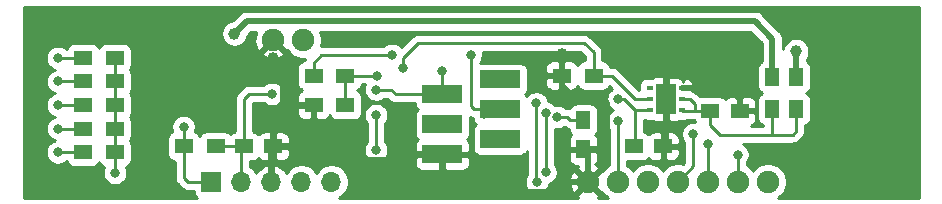
<source format=gtl>
G04 #@! TF.GenerationSoftware,KiCad,Pcbnew,(5.1.6)-1*
G04 #@! TF.CreationDate,2020-10-13T20:36:20+02:00*
G04 #@! TF.ProjectId,LampeSolaire2,4c616d70-6553-46f6-9c61-697265322e6b,R00*
G04 #@! TF.SameCoordinates,PX5f5e100PY5cfbb60*
G04 #@! TF.FileFunction,Copper,L1,Top*
G04 #@! TF.FilePolarity,Positive*
%FSLAX46Y46*%
G04 Gerber Fmt 4.6, Leading zero omitted, Abs format (unit mm)*
G04 Created by KiCad (PCBNEW (5.1.6)-1) date 2020-10-13 20:36:20*
%MOMM*%
%LPD*%
G01*
G04 APERTURE LIST*
G04 #@! TA.AperFunction,ComponentPad*
%ADD10C,1.900000*%
G04 #@! TD*
G04 #@! TA.AperFunction,SMDPad,CuDef*
%ADD11R,1.500000X1.250000*%
G04 #@! TD*
G04 #@! TA.AperFunction,SMDPad,CuDef*
%ADD12R,1.250000X1.500000*%
G04 #@! TD*
G04 #@! TA.AperFunction,SMDPad,CuDef*
%ADD13R,3.400000X1.500000*%
G04 #@! TD*
G04 #@! TA.AperFunction,ComponentPad*
%ADD14R,1.700000X1.700000*%
G04 #@! TD*
G04 #@! TA.AperFunction,ComponentPad*
%ADD15O,1.700000X1.700000*%
G04 #@! TD*
G04 #@! TA.AperFunction,SMDPad,CuDef*
%ADD16R,1.500000X1.300000*%
G04 #@! TD*
G04 #@! TA.AperFunction,SMDPad,CuDef*
%ADD17R,1.300000X1.500000*%
G04 #@! TD*
G04 #@! TA.AperFunction,SMDPad,CuDef*
%ADD18R,1.700000X2.600000*%
G04 #@! TD*
G04 #@! TA.AperFunction,SMDPad,CuDef*
%ADD19R,0.630000X0.450000*%
G04 #@! TD*
G04 #@! TA.AperFunction,ViaPad*
%ADD20C,1.000000*%
G04 #@! TD*
G04 #@! TA.AperFunction,ViaPad*
%ADD21C,0.800000*%
G04 #@! TD*
G04 #@! TA.AperFunction,Conductor*
%ADD22C,0.500000*%
G04 #@! TD*
G04 #@! TA.AperFunction,Conductor*
%ADD23C,0.250000*%
G04 #@! TD*
G04 #@! TA.AperFunction,Conductor*
%ADD24C,0.254000*%
G04 #@! TD*
G04 APERTURE END LIST*
D10*
X35770000Y-3500000D03*
X33230000Y-3500000D03*
X62420000Y-15500000D03*
X64960000Y-15500000D03*
X67500000Y-15500000D03*
X75120000Y-15500000D03*
X72580000Y-15500000D03*
X70040000Y-15500000D03*
X59880000Y-15500000D03*
D11*
X30750000Y-12500000D03*
X33250000Y-12500000D03*
D12*
X59500000Y-10250000D03*
X59500000Y-12750000D03*
D11*
X63750000Y-12500000D03*
X66250000Y-12500000D03*
X70250000Y-9500000D03*
X72750000Y-9500000D03*
D13*
X47550000Y-13175000D03*
X52450000Y-11905000D03*
X47550000Y-10635000D03*
X47550000Y-8095000D03*
X52450000Y-9365000D03*
X52450000Y-6825000D03*
D14*
X28000000Y-15500000D03*
D15*
X30540000Y-15500000D03*
X33080000Y-15500000D03*
X35620000Y-15500000D03*
X38160000Y-15500000D03*
D16*
X25650000Y-12500000D03*
X28350000Y-12500000D03*
X17150000Y-5000000D03*
X19850000Y-5000000D03*
X17150000Y-11000000D03*
X19850000Y-11000000D03*
X17150000Y-13000000D03*
X19850000Y-13000000D03*
X17150000Y-9000000D03*
X19850000Y-9000000D03*
X17150000Y-7000000D03*
X19850000Y-7000000D03*
X57650000Y-6500000D03*
X60350000Y-6500000D03*
X39350000Y-6500000D03*
X36650000Y-6500000D03*
X36650000Y-9000000D03*
X39350000Y-9000000D03*
D17*
X77500000Y-6650000D03*
X77500000Y-9350000D03*
X75500000Y-6650000D03*
X75500000Y-9350000D03*
D18*
X66500000Y-8500000D03*
D19*
X67840000Y-9450000D03*
X67840000Y-8500000D03*
X67840000Y-7550000D03*
X65160000Y-7550000D03*
X65160000Y-8500000D03*
X65160000Y-9450000D03*
D20*
X57650000Y-4650000D03*
X66500000Y-4650000D03*
X33250000Y-5000000D03*
X43200000Y-10500000D03*
D21*
X19850000Y-14750000D03*
X41950000Y-7700000D03*
X62450000Y-10350000D03*
X47550000Y-6150000D03*
X57300000Y-10000000D03*
X33150000Y-8050000D03*
X49950000Y-4750000D03*
X43300000Y-4750000D03*
X62450000Y-8500000D03*
X55500000Y-8850000D03*
X55550000Y-15500000D03*
X56300000Y-14700000D03*
X56300000Y-9650000D03*
X25650000Y-10850000D03*
X15000000Y-5000000D03*
X15000000Y-11000000D03*
X41950000Y-9850000D03*
X41950000Y-12800000D03*
X15000000Y-13000000D03*
X15000000Y-9000000D03*
X15000000Y-7000000D03*
X44200000Y-5850000D03*
X42000000Y-6500000D03*
X70050000Y-12300000D03*
X72550000Y-13200000D03*
X68800000Y-11450000D03*
D20*
X77500000Y-4450000D03*
X29950000Y-2950000D03*
D22*
X33080000Y-12670000D02*
X33250000Y-12500000D01*
X33080000Y-15500000D02*
X33080000Y-12670000D01*
X39850000Y-12500000D02*
X33250000Y-12500000D01*
X43125000Y-13675000D02*
X41025000Y-13675000D01*
X59880000Y-13130000D02*
X59500000Y-12750000D01*
X59880000Y-15500000D02*
X59880000Y-13130000D01*
X66500000Y-12250000D02*
X66250000Y-12500000D01*
X66500000Y-8500000D02*
X66500000Y-12250000D01*
X66500000Y-8500000D02*
X66500000Y-8100000D01*
X72750000Y-8450000D02*
X72750000Y-9500000D01*
X71850000Y-7550000D02*
X72750000Y-8450000D01*
X67840000Y-7550000D02*
X69950000Y-7550000D01*
X69950000Y-7550000D02*
X71850000Y-7550000D01*
X66500000Y-6850000D02*
X66500000Y-8500000D01*
X69950000Y-7550000D02*
X69950000Y-6900000D01*
X69950000Y-6900000D02*
X69550000Y-6500000D01*
X57650000Y-6500000D02*
X57650000Y-4650000D01*
X69550000Y-6500000D02*
X66550000Y-6500000D01*
X66550000Y-6500000D02*
X66500000Y-6450000D01*
X66500000Y-4650000D02*
X66500000Y-6450000D01*
X66500000Y-6450000D02*
X66500000Y-8500000D01*
X41025000Y-13675000D02*
X39850000Y-12500000D01*
X44825000Y-13175000D02*
X44325000Y-13675000D01*
X47550000Y-13175000D02*
X44825000Y-13175000D01*
X44325000Y-13675000D02*
X43125000Y-13675000D01*
X57650000Y-6500000D02*
X57650000Y-7350000D01*
X57650000Y-7350000D02*
X58800000Y-8500000D01*
X58800000Y-8500000D02*
X61150000Y-8500000D01*
X61150000Y-8500000D02*
X61500000Y-8850000D01*
X61500000Y-8850000D02*
X61500000Y-12100000D01*
X60850000Y-12750000D02*
X59500000Y-12750000D01*
X61500000Y-12100000D02*
X60850000Y-12750000D01*
X43200000Y-13600000D02*
X43125000Y-13675000D01*
X43200000Y-12200000D02*
X43200000Y-13600000D01*
X43200000Y-12200000D02*
X43200000Y-10500000D01*
X47550000Y-14400000D02*
X47550000Y-13175000D01*
X49550000Y-16400000D02*
X47550000Y-14400000D01*
X57350000Y-16400000D02*
X49550000Y-16400000D01*
X59880000Y-15500000D02*
X58250000Y-15500000D01*
X58250000Y-15500000D02*
X57350000Y-16400000D01*
X33250000Y-5000000D02*
X34050000Y-5800000D01*
X34050000Y-10200000D02*
X33250000Y-11000000D01*
X33250000Y-12500000D02*
X33250000Y-11000000D01*
X34100000Y-9000000D02*
X34050000Y-9050000D01*
X36650000Y-9000000D02*
X34100000Y-9000000D01*
X34050000Y-5800000D02*
X34050000Y-9050000D01*
X34050000Y-9050000D02*
X34050000Y-10200000D01*
D23*
X19850000Y-5000000D02*
X19850000Y-7000000D01*
X19850000Y-7000000D02*
X19850000Y-9000000D01*
X19850000Y-9000000D02*
X19850000Y-11000000D01*
X19850000Y-11000000D02*
X19850000Y-13000000D01*
X19850000Y-13000000D02*
X20000000Y-13000000D01*
X30540000Y-12710000D02*
X30750000Y-12500000D01*
X30540000Y-15500000D02*
X30540000Y-12710000D01*
X28350000Y-12500000D02*
X30750000Y-12500000D01*
X19850000Y-13000000D02*
X19850000Y-14750000D01*
X43200000Y-7700000D02*
X41950000Y-7700000D01*
X62450000Y-15470000D02*
X62420000Y-15500000D01*
X62450000Y-10350000D02*
X62450000Y-15470000D01*
X59600000Y-10350000D02*
X59500000Y-10250000D01*
X43595000Y-8095000D02*
X43200000Y-7700000D01*
X47550000Y-8095000D02*
X43595000Y-8095000D01*
X47550000Y-8095000D02*
X47550000Y-6150000D01*
X59500000Y-10250000D02*
X58350000Y-10250000D01*
X58350000Y-10250000D02*
X58100000Y-10000000D01*
X58100000Y-10000000D02*
X57300000Y-10000000D01*
X30750000Y-12500000D02*
X30750000Y-8500000D01*
X30750000Y-8500000D02*
X31200000Y-8050000D01*
X31200000Y-8050000D02*
X33150000Y-8050000D01*
X51085000Y-10000000D02*
X50950000Y-9865000D01*
X53035000Y-9865000D02*
X50950000Y-9865000D01*
X63750000Y-9350000D02*
X62900000Y-8500000D01*
X63850000Y-9450000D02*
X63750000Y-9350000D01*
X65160000Y-9450000D02*
X63850000Y-9450000D01*
X63850000Y-12400000D02*
X63750000Y-12500000D01*
X63850000Y-9450000D02*
X63850000Y-12400000D01*
X49950000Y-4750000D02*
X49950000Y-9050000D01*
X50265000Y-9365000D02*
X52450000Y-9365000D01*
X49950000Y-9050000D02*
X50265000Y-9365000D01*
X62900000Y-8500000D02*
X62450000Y-8500000D01*
X36650000Y-6500000D02*
X36650000Y-5400000D01*
X37300000Y-4750000D02*
X43300000Y-4750000D01*
X36650000Y-5400000D02*
X37300000Y-4750000D01*
X67890000Y-9500000D02*
X67840000Y-9450000D01*
X67840000Y-8500000D02*
X68500000Y-8500000D01*
X68500000Y-8500000D02*
X68950000Y-8950000D01*
X68950000Y-8950000D02*
X68950000Y-9500000D01*
X70250000Y-9500000D02*
X68950000Y-9500000D01*
X68950000Y-9500000D02*
X67890000Y-9500000D01*
X70250000Y-9500000D02*
X70250000Y-10700000D01*
X70250000Y-10700000D02*
X71050000Y-11500000D01*
X77500000Y-11200000D02*
X77500000Y-9350000D01*
X77200000Y-11500000D02*
X77500000Y-11200000D01*
X75500000Y-9350000D02*
X75500000Y-11450000D01*
X75500000Y-11450000D02*
X75450000Y-11500000D01*
X71050000Y-11500000D02*
X75450000Y-11500000D01*
X75450000Y-11500000D02*
X77200000Y-11500000D01*
X55500000Y-8850000D02*
X55500000Y-15450000D01*
X55500000Y-15450000D02*
X55550000Y-15500000D01*
X56300000Y-9650000D02*
X56300000Y-14700000D01*
X28000000Y-15500000D02*
X26000000Y-15500000D01*
X25650000Y-15150000D02*
X25650000Y-12500000D01*
X26000000Y-15500000D02*
X25650000Y-15150000D01*
X25650000Y-10850000D02*
X25650000Y-12500000D01*
X17150000Y-5000000D02*
X15000000Y-5000000D01*
X15000000Y-11000000D02*
X17150000Y-11000000D01*
X41950000Y-9850000D02*
X41950000Y-12800000D01*
X17150000Y-13000000D02*
X15000000Y-13000000D01*
X15000000Y-9000000D02*
X17150000Y-9000000D01*
X15000000Y-7000000D02*
X17150000Y-7000000D01*
X65160000Y-8500000D02*
X63900000Y-8500000D01*
X61900000Y-6500000D02*
X60350000Y-6500000D01*
X63900000Y-8500000D02*
X61900000Y-6500000D01*
X44200000Y-5850000D02*
X44200000Y-5000000D01*
X44200000Y-5000000D02*
X45450000Y-3750000D01*
X45450000Y-3750000D02*
X59550000Y-3750000D01*
X60350000Y-4550000D02*
X60350000Y-6500000D01*
X59550000Y-3750000D02*
X60350000Y-4550000D01*
X39350000Y-9000000D02*
X39350000Y-6500000D01*
X39350000Y-6500000D02*
X42000000Y-6500000D01*
X70050000Y-15490000D02*
X70040000Y-15500000D01*
X70050000Y-12300000D02*
X70050000Y-15490000D01*
X72550000Y-15470000D02*
X72580000Y-15500000D01*
X72550000Y-13200000D02*
X72550000Y-15470000D01*
X68800000Y-14200000D02*
X68800000Y-13000000D01*
X67500000Y-15500000D02*
X68800000Y-14200000D01*
X68800000Y-11450000D02*
X68800000Y-13000000D01*
D22*
X77500000Y-6650000D02*
X77500000Y-4450000D01*
X29950000Y-2950000D02*
X31000000Y-1900000D01*
X31000000Y-1900000D02*
X74000000Y-1900000D01*
X75500000Y-3400000D02*
X75500000Y-6650000D01*
X74000000Y-1900000D02*
X75500000Y-3400000D01*
D24*
G36*
X87873000Y-16840000D02*
G01*
X75967473Y-16840000D01*
X76130379Y-16731150D01*
X76351150Y-16510379D01*
X76524609Y-16250779D01*
X76644089Y-15962327D01*
X76705000Y-15656109D01*
X76705000Y-15343891D01*
X76644089Y-15037673D01*
X76524609Y-14749221D01*
X76351150Y-14489621D01*
X76130379Y-14268850D01*
X75870779Y-14095391D01*
X75582327Y-13975911D01*
X75276109Y-13915000D01*
X74963891Y-13915000D01*
X74657673Y-13975911D01*
X74369221Y-14095391D01*
X74109621Y-14268850D01*
X73888850Y-14489621D01*
X73850000Y-14547764D01*
X73811150Y-14489621D01*
X73590379Y-14268850D01*
X73330779Y-14095391D01*
X73310000Y-14086784D01*
X73310000Y-13903711D01*
X73353937Y-13859774D01*
X73467205Y-13690256D01*
X73545226Y-13501898D01*
X73585000Y-13301939D01*
X73585000Y-13098061D01*
X73545226Y-12898102D01*
X73467205Y-12709744D01*
X73353937Y-12540226D01*
X73209774Y-12396063D01*
X73040256Y-12282795D01*
X72985224Y-12260000D01*
X75412678Y-12260000D01*
X75450000Y-12263676D01*
X75487322Y-12260000D01*
X77162678Y-12260000D01*
X77200000Y-12263676D01*
X77237322Y-12260000D01*
X77237333Y-12260000D01*
X77348986Y-12249003D01*
X77492247Y-12205546D01*
X77624276Y-12134974D01*
X77740001Y-12040001D01*
X77763804Y-12010997D01*
X78010998Y-11763803D01*
X78040001Y-11740001D01*
X78134974Y-11624276D01*
X78205546Y-11492247D01*
X78249003Y-11348986D01*
X78260000Y-11237333D01*
X78260000Y-11237324D01*
X78263676Y-11200001D01*
X78260000Y-11162678D01*
X78260000Y-10727238D01*
X78274482Y-10725812D01*
X78394180Y-10689502D01*
X78504494Y-10630537D01*
X78601185Y-10551185D01*
X78680537Y-10454494D01*
X78739502Y-10344180D01*
X78775812Y-10224482D01*
X78788072Y-10100000D01*
X78788072Y-8600000D01*
X78775812Y-8475518D01*
X78739502Y-8355820D01*
X78680537Y-8245506D01*
X78601185Y-8148815D01*
X78504494Y-8069463D01*
X78394180Y-8010498D01*
X78359573Y-8000000D01*
X78394180Y-7989502D01*
X78504494Y-7930537D01*
X78601185Y-7851185D01*
X78680537Y-7754494D01*
X78739502Y-7644180D01*
X78775812Y-7524482D01*
X78788072Y-7400000D01*
X78788072Y-5900000D01*
X78775812Y-5775518D01*
X78739502Y-5655820D01*
X78680537Y-5545506D01*
X78601185Y-5448815D01*
X78504494Y-5369463D01*
X78394180Y-5310498D01*
X78385000Y-5307713D01*
X78385000Y-5168450D01*
X78505824Y-4987624D01*
X78591383Y-4781067D01*
X78635000Y-4561788D01*
X78635000Y-4338212D01*
X78591383Y-4118933D01*
X78505824Y-3912376D01*
X78381612Y-3726480D01*
X78223520Y-3568388D01*
X78037624Y-3444176D01*
X77831067Y-3358617D01*
X77611788Y-3315000D01*
X77388212Y-3315000D01*
X77168933Y-3358617D01*
X76962376Y-3444176D01*
X76776480Y-3568388D01*
X76618388Y-3726480D01*
X76494176Y-3912376D01*
X76408617Y-4118933D01*
X76385000Y-4237665D01*
X76385000Y-3443465D01*
X76389281Y-3399999D01*
X76385000Y-3356533D01*
X76385000Y-3356523D01*
X76372195Y-3226510D01*
X76321589Y-3059687D01*
X76239411Y-2905941D01*
X76128817Y-2771183D01*
X76095050Y-2743471D01*
X74656534Y-1304956D01*
X74628817Y-1271183D01*
X74494059Y-1160589D01*
X74340313Y-1078411D01*
X74173490Y-1027805D01*
X74043477Y-1015000D01*
X74043469Y-1015000D01*
X74000000Y-1010719D01*
X73956531Y-1015000D01*
X31043465Y-1015000D01*
X30999999Y-1010719D01*
X30956533Y-1015000D01*
X30956523Y-1015000D01*
X30826510Y-1027805D01*
X30659687Y-1078411D01*
X30505941Y-1160589D01*
X30505939Y-1160590D01*
X30505940Y-1160590D01*
X30404953Y-1243468D01*
X30404951Y-1243470D01*
X30371183Y-1271183D01*
X30343470Y-1304951D01*
X29832232Y-1816189D01*
X29618933Y-1858617D01*
X29412376Y-1944176D01*
X29226480Y-2068388D01*
X29068388Y-2226480D01*
X28944176Y-2412376D01*
X28858617Y-2618933D01*
X28815000Y-2838212D01*
X28815000Y-3061788D01*
X28858617Y-3281067D01*
X28944176Y-3487624D01*
X29068388Y-3673520D01*
X29226480Y-3831612D01*
X29412376Y-3955824D01*
X29618933Y-4041383D01*
X29838212Y-4085000D01*
X30061788Y-4085000D01*
X30281067Y-4041383D01*
X30487624Y-3955824D01*
X30673520Y-3831612D01*
X30831612Y-3673520D01*
X30955824Y-3487624D01*
X31041383Y-3281067D01*
X31083811Y-3067768D01*
X31366579Y-2785000D01*
X31815158Y-2785000D01*
X31735065Y-2950671D01*
X31656621Y-3252873D01*
X31638641Y-3564573D01*
X31681816Y-3873791D01*
X31784487Y-4168644D01*
X31870958Y-4330421D01*
X32130248Y-4420147D01*
X33050395Y-3500000D01*
X33036253Y-3485858D01*
X33215858Y-3306253D01*
X33230000Y-3320395D01*
X33244143Y-3306253D01*
X33423748Y-3485858D01*
X33409605Y-3500000D01*
X34329752Y-4420147D01*
X34450613Y-4378324D01*
X34538850Y-4510379D01*
X34759621Y-4731150D01*
X35019221Y-4904609D01*
X35307673Y-5024089D01*
X35613891Y-5085000D01*
X35926109Y-5085000D01*
X35960246Y-5078210D01*
X35944454Y-5107754D01*
X35914180Y-5207558D01*
X35912854Y-5211928D01*
X35900000Y-5211928D01*
X35775518Y-5224188D01*
X35655820Y-5260498D01*
X35545506Y-5319463D01*
X35448815Y-5398815D01*
X35369463Y-5495506D01*
X35310498Y-5605820D01*
X35274188Y-5725518D01*
X35261928Y-5850000D01*
X35261928Y-7150000D01*
X35274188Y-7274482D01*
X35310498Y-7394180D01*
X35369463Y-7504494D01*
X35448815Y-7601185D01*
X35545506Y-7680537D01*
X35655820Y-7739502D01*
X35690427Y-7750000D01*
X35655820Y-7760498D01*
X35545506Y-7819463D01*
X35448815Y-7898815D01*
X35369463Y-7995506D01*
X35310498Y-8105820D01*
X35274188Y-8225518D01*
X35261928Y-8350000D01*
X35265000Y-8714250D01*
X35423750Y-8873000D01*
X36523000Y-8873000D01*
X36523000Y-8853000D01*
X36777000Y-8853000D01*
X36777000Y-8873000D01*
X36797000Y-8873000D01*
X36797000Y-9127000D01*
X36777000Y-9127000D01*
X36777000Y-10126250D01*
X36935750Y-10285000D01*
X37400000Y-10288072D01*
X37524482Y-10275812D01*
X37644180Y-10239502D01*
X37754494Y-10180537D01*
X37851185Y-10101185D01*
X37930537Y-10004494D01*
X37989502Y-9894180D01*
X38000000Y-9859573D01*
X38010498Y-9894180D01*
X38069463Y-10004494D01*
X38148815Y-10101185D01*
X38245506Y-10180537D01*
X38355820Y-10239502D01*
X38475518Y-10275812D01*
X38600000Y-10288072D01*
X40100000Y-10288072D01*
X40224482Y-10275812D01*
X40344180Y-10239502D01*
X40454494Y-10180537D01*
X40551185Y-10101185D01*
X40630537Y-10004494D01*
X40689502Y-9894180D01*
X40725812Y-9774482D01*
X40728414Y-9748061D01*
X40915000Y-9748061D01*
X40915000Y-9951939D01*
X40954774Y-10151898D01*
X41032795Y-10340256D01*
X41146063Y-10509774D01*
X41190000Y-10553711D01*
X41190001Y-12096288D01*
X41146063Y-12140226D01*
X41032795Y-12309744D01*
X40954774Y-12498102D01*
X40915000Y-12698061D01*
X40915000Y-12901939D01*
X40954774Y-13101898D01*
X41032795Y-13290256D01*
X41146063Y-13459774D01*
X41290226Y-13603937D01*
X41459744Y-13717205D01*
X41648102Y-13795226D01*
X41848061Y-13835000D01*
X42051939Y-13835000D01*
X42251898Y-13795226D01*
X42440256Y-13717205D01*
X42609774Y-13603937D01*
X42753937Y-13459774D01*
X42867205Y-13290256D01*
X42945226Y-13101898D01*
X42985000Y-12901939D01*
X42985000Y-12698061D01*
X42945226Y-12498102D01*
X42867205Y-12309744D01*
X42753937Y-12140226D01*
X42710000Y-12096289D01*
X42710000Y-10553711D01*
X42753937Y-10509774D01*
X42867205Y-10340256D01*
X42945226Y-10151898D01*
X42985000Y-9951939D01*
X42985000Y-9748061D01*
X42945226Y-9548102D01*
X42867205Y-9359744D01*
X42753937Y-9190226D01*
X42609774Y-9046063D01*
X42440256Y-8932795D01*
X42251898Y-8854774D01*
X42051939Y-8815000D01*
X41848061Y-8815000D01*
X41648102Y-8854774D01*
X41459744Y-8932795D01*
X41290226Y-9046063D01*
X41146063Y-9190226D01*
X41032795Y-9359744D01*
X40954774Y-9548102D01*
X40915000Y-9748061D01*
X40728414Y-9748061D01*
X40738072Y-9650000D01*
X40738072Y-8350000D01*
X40725812Y-8225518D01*
X40689502Y-8105820D01*
X40630537Y-7995506D01*
X40551185Y-7898815D01*
X40454494Y-7819463D01*
X40344180Y-7760498D01*
X40309573Y-7750000D01*
X40344180Y-7739502D01*
X40454494Y-7680537D01*
X40551185Y-7601185D01*
X40630537Y-7504494D01*
X40689502Y-7394180D01*
X40725812Y-7274482D01*
X40727238Y-7260000D01*
X41011978Y-7260000D01*
X40954774Y-7398102D01*
X40915000Y-7598061D01*
X40915000Y-7801939D01*
X40954774Y-8001898D01*
X41032795Y-8190256D01*
X41146063Y-8359774D01*
X41290226Y-8503937D01*
X41459744Y-8617205D01*
X41648102Y-8695226D01*
X41848061Y-8735000D01*
X42051939Y-8735000D01*
X42251898Y-8695226D01*
X42440256Y-8617205D01*
X42609774Y-8503937D01*
X42653711Y-8460000D01*
X42885199Y-8460000D01*
X43031196Y-8605997D01*
X43054999Y-8635001D01*
X43170724Y-8729974D01*
X43302753Y-8800546D01*
X43446014Y-8844003D01*
X43557667Y-8855000D01*
X43557676Y-8855000D01*
X43594999Y-8858676D01*
X43632322Y-8855000D01*
X45212913Y-8855000D01*
X45224188Y-8969482D01*
X45260498Y-9089180D01*
X45319463Y-9199494D01*
X45398815Y-9296185D01*
X45482667Y-9365000D01*
X45398815Y-9433815D01*
X45319463Y-9530506D01*
X45260498Y-9640820D01*
X45224188Y-9760518D01*
X45211928Y-9885000D01*
X45211928Y-11385000D01*
X45224188Y-11509482D01*
X45260498Y-11629180D01*
X45319463Y-11739494D01*
X45398815Y-11836185D01*
X45482667Y-11905000D01*
X45398815Y-11973815D01*
X45319463Y-12070506D01*
X45260498Y-12180820D01*
X45224188Y-12300518D01*
X45211928Y-12425000D01*
X45215000Y-12889250D01*
X45373750Y-13048000D01*
X47423000Y-13048000D01*
X47423000Y-13028000D01*
X47677000Y-13028000D01*
X47677000Y-13048000D01*
X49726250Y-13048000D01*
X49885000Y-12889250D01*
X49888072Y-12425000D01*
X49875812Y-12300518D01*
X49839502Y-12180820D01*
X49780537Y-12070506D01*
X49701185Y-11973815D01*
X49617333Y-11905000D01*
X49701185Y-11836185D01*
X49780537Y-11739494D01*
X49839502Y-11629180D01*
X49875812Y-11509482D01*
X49888072Y-11385000D01*
X49888072Y-10025282D01*
X49972753Y-10070546D01*
X50111928Y-10112764D01*
X50111928Y-10115000D01*
X50124188Y-10239482D01*
X50160498Y-10359180D01*
X50219463Y-10469494D01*
X50298815Y-10566185D01*
X50382667Y-10635000D01*
X50298815Y-10703815D01*
X50219463Y-10800506D01*
X50160498Y-10910820D01*
X50124188Y-11030518D01*
X50111928Y-11155000D01*
X50111928Y-12655000D01*
X50124188Y-12779482D01*
X50160498Y-12899180D01*
X50219463Y-13009494D01*
X50298815Y-13106185D01*
X50395506Y-13185537D01*
X50505820Y-13244502D01*
X50625518Y-13280812D01*
X50750000Y-13293072D01*
X54150000Y-13293072D01*
X54274482Y-13280812D01*
X54394180Y-13244502D01*
X54504494Y-13185537D01*
X54601185Y-13106185D01*
X54680537Y-13009494D01*
X54739502Y-12899180D01*
X54740001Y-12897536D01*
X54740001Y-14849299D01*
X54632795Y-15009744D01*
X54554774Y-15198102D01*
X54515000Y-15398061D01*
X54515000Y-15601939D01*
X54554774Y-15801898D01*
X54632795Y-15990256D01*
X54746063Y-16159774D01*
X54890226Y-16303937D01*
X55059744Y-16417205D01*
X55248102Y-16495226D01*
X55448061Y-16535000D01*
X55651939Y-16535000D01*
X55851898Y-16495226D01*
X56040256Y-16417205D01*
X56209774Y-16303937D01*
X56353937Y-16159774D01*
X56467205Y-15990256D01*
X56545226Y-15801898D01*
X56564984Y-15702569D01*
X56601898Y-15695226D01*
X56790256Y-15617205D01*
X56869025Y-15564573D01*
X58288641Y-15564573D01*
X58331816Y-15873791D01*
X58434487Y-16168644D01*
X58520958Y-16330421D01*
X58780248Y-16420147D01*
X59700395Y-15500000D01*
X58780248Y-14579853D01*
X58520958Y-14669579D01*
X58385065Y-14950671D01*
X58306621Y-15252873D01*
X58288641Y-15564573D01*
X56869025Y-15564573D01*
X56959774Y-15503937D01*
X57103937Y-15359774D01*
X57217205Y-15190256D01*
X57295226Y-15001898D01*
X57335000Y-14801939D01*
X57335000Y-14598061D01*
X57295226Y-14398102D01*
X57217205Y-14209744D01*
X57103937Y-14040226D01*
X57060000Y-13996289D01*
X57060000Y-13500000D01*
X58236928Y-13500000D01*
X58249188Y-13624482D01*
X58285498Y-13744180D01*
X58344463Y-13854494D01*
X58423815Y-13951185D01*
X58520506Y-14030537D01*
X58630820Y-14089502D01*
X58750518Y-14125812D01*
X58875000Y-14138072D01*
X59058080Y-14136414D01*
X59049579Y-14140958D01*
X58959853Y-14400248D01*
X59880000Y-15320395D01*
X60800147Y-14400248D01*
X60710421Y-14140958D01*
X60480429Y-14029769D01*
X60576185Y-13951185D01*
X60655537Y-13854494D01*
X60714502Y-13744180D01*
X60750812Y-13624482D01*
X60763072Y-13500000D01*
X60760000Y-13035750D01*
X60601250Y-12877000D01*
X59627000Y-12877000D01*
X59627000Y-12897000D01*
X59373000Y-12897000D01*
X59373000Y-12877000D01*
X58398750Y-12877000D01*
X58240000Y-13035750D01*
X58236928Y-13500000D01*
X57060000Y-13500000D01*
X57060000Y-11007538D01*
X57198061Y-11035000D01*
X57401939Y-11035000D01*
X57601898Y-10995226D01*
X57790256Y-10917205D01*
X57886576Y-10852846D01*
X57925724Y-10884974D01*
X58057753Y-10955546D01*
X58201014Y-10999003D01*
X58237181Y-11002565D01*
X58249188Y-11124482D01*
X58285498Y-11244180D01*
X58344463Y-11354494D01*
X58423815Y-11451185D01*
X58483296Y-11500000D01*
X58423815Y-11548815D01*
X58344463Y-11645506D01*
X58285498Y-11755820D01*
X58249188Y-11875518D01*
X58236928Y-12000000D01*
X58240000Y-12464250D01*
X58398750Y-12623000D01*
X59373000Y-12623000D01*
X59373000Y-12603000D01*
X59627000Y-12603000D01*
X59627000Y-12623000D01*
X60601250Y-12623000D01*
X60760000Y-12464250D01*
X60763072Y-12000000D01*
X60750812Y-11875518D01*
X60714502Y-11755820D01*
X60655537Y-11645506D01*
X60576185Y-11548815D01*
X60516704Y-11500000D01*
X60576185Y-11451185D01*
X60655537Y-11354494D01*
X60714502Y-11244180D01*
X60750812Y-11124482D01*
X60763072Y-11000000D01*
X60763072Y-9500000D01*
X60750812Y-9375518D01*
X60714502Y-9255820D01*
X60655537Y-9145506D01*
X60576185Y-9048815D01*
X60479494Y-8969463D01*
X60369180Y-8910498D01*
X60249482Y-8874188D01*
X60125000Y-8861928D01*
X58875000Y-8861928D01*
X58750518Y-8874188D01*
X58630820Y-8910498D01*
X58520506Y-8969463D01*
X58423815Y-9048815D01*
X58344463Y-9145506D01*
X58285498Y-9255820D01*
X58283761Y-9261546D01*
X58248986Y-9250997D01*
X58137333Y-9240000D01*
X58137322Y-9240000D01*
X58100000Y-9236324D01*
X58062678Y-9240000D01*
X58003711Y-9240000D01*
X57959774Y-9196063D01*
X57790256Y-9082795D01*
X57601898Y-9004774D01*
X57401939Y-8965000D01*
X57198061Y-8965000D01*
X57098512Y-8984801D01*
X56959774Y-8846063D01*
X56790256Y-8732795D01*
X56601898Y-8654774D01*
X56512924Y-8637076D01*
X56495226Y-8548102D01*
X56417205Y-8359744D01*
X56303937Y-8190226D01*
X56159774Y-8046063D01*
X55990256Y-7932795D01*
X55801898Y-7854774D01*
X55601939Y-7815000D01*
X55398061Y-7815000D01*
X55198102Y-7854774D01*
X55009744Y-7932795D01*
X54840226Y-8046063D01*
X54696063Y-8190226D01*
X54663210Y-8239393D01*
X54601185Y-8163815D01*
X54517333Y-8095000D01*
X54601185Y-8026185D01*
X54680537Y-7929494D01*
X54739502Y-7819180D01*
X54775812Y-7699482D01*
X54788072Y-7575000D01*
X54788072Y-7150000D01*
X56261928Y-7150000D01*
X56274188Y-7274482D01*
X56310498Y-7394180D01*
X56369463Y-7504494D01*
X56448815Y-7601185D01*
X56545506Y-7680537D01*
X56655820Y-7739502D01*
X56775518Y-7775812D01*
X56900000Y-7788072D01*
X57364250Y-7785000D01*
X57523000Y-7626250D01*
X57523000Y-6627000D01*
X56423750Y-6627000D01*
X56265000Y-6785750D01*
X56261928Y-7150000D01*
X54788072Y-7150000D01*
X54788072Y-6075000D01*
X54775812Y-5950518D01*
X54745321Y-5850000D01*
X56261928Y-5850000D01*
X56265000Y-6214250D01*
X56423750Y-6373000D01*
X57523000Y-6373000D01*
X57523000Y-5373750D01*
X57364250Y-5215000D01*
X56900000Y-5211928D01*
X56775518Y-5224188D01*
X56655820Y-5260498D01*
X56545506Y-5319463D01*
X56448815Y-5398815D01*
X56369463Y-5495506D01*
X56310498Y-5605820D01*
X56274188Y-5725518D01*
X56261928Y-5850000D01*
X54745321Y-5850000D01*
X54739502Y-5830820D01*
X54680537Y-5720506D01*
X54601185Y-5623815D01*
X54504494Y-5544463D01*
X54394180Y-5485498D01*
X54274482Y-5449188D01*
X54150000Y-5436928D01*
X50750000Y-5436928D01*
X50724247Y-5439464D01*
X50753937Y-5409774D01*
X50867205Y-5240256D01*
X50945226Y-5051898D01*
X50985000Y-4851939D01*
X50985000Y-4648061D01*
X50957538Y-4510000D01*
X59235199Y-4510000D01*
X59590000Y-4864802D01*
X59590000Y-5212913D01*
X59475518Y-5224188D01*
X59355820Y-5260498D01*
X59245506Y-5319463D01*
X59148815Y-5398815D01*
X59069463Y-5495506D01*
X59010498Y-5605820D01*
X59000000Y-5640427D01*
X58989502Y-5605820D01*
X58930537Y-5495506D01*
X58851185Y-5398815D01*
X58754494Y-5319463D01*
X58644180Y-5260498D01*
X58524482Y-5224188D01*
X58400000Y-5211928D01*
X57935750Y-5215000D01*
X57777000Y-5373750D01*
X57777000Y-6373000D01*
X57797000Y-6373000D01*
X57797000Y-6627000D01*
X57777000Y-6627000D01*
X57777000Y-7626250D01*
X57935750Y-7785000D01*
X58400000Y-7788072D01*
X58524482Y-7775812D01*
X58644180Y-7739502D01*
X58754494Y-7680537D01*
X58851185Y-7601185D01*
X58930537Y-7504494D01*
X58989502Y-7394180D01*
X59000000Y-7359573D01*
X59010498Y-7394180D01*
X59069463Y-7504494D01*
X59148815Y-7601185D01*
X59245506Y-7680537D01*
X59355820Y-7739502D01*
X59475518Y-7775812D01*
X59600000Y-7788072D01*
X61100000Y-7788072D01*
X61224482Y-7775812D01*
X61344180Y-7739502D01*
X61454494Y-7680537D01*
X61551185Y-7601185D01*
X61630537Y-7504494D01*
X61689502Y-7394180D01*
X61696456Y-7371257D01*
X61928722Y-7603523D01*
X61790226Y-7696063D01*
X61646063Y-7840226D01*
X61532795Y-8009744D01*
X61454774Y-8198102D01*
X61415000Y-8398061D01*
X61415000Y-8601939D01*
X61454774Y-8801898D01*
X61532795Y-8990256D01*
X61646063Y-9159774D01*
X61790226Y-9303937D01*
X61959744Y-9417205D01*
X61978563Y-9425000D01*
X61959744Y-9432795D01*
X61790226Y-9546063D01*
X61646063Y-9690226D01*
X61532795Y-9859744D01*
X61454774Y-10048102D01*
X61415000Y-10248061D01*
X61415000Y-10451939D01*
X61454774Y-10651898D01*
X61532795Y-10840256D01*
X61646063Y-11009774D01*
X61690000Y-11053711D01*
X61690001Y-14086784D01*
X61669221Y-14095391D01*
X61409621Y-14268850D01*
X61188850Y-14489621D01*
X61100613Y-14621676D01*
X60979752Y-14579853D01*
X60059605Y-15500000D01*
X60979752Y-16420147D01*
X61100613Y-16378324D01*
X61188850Y-16510379D01*
X61409621Y-16731150D01*
X61572527Y-16840000D01*
X60717010Y-16840000D01*
X60800147Y-16599752D01*
X59880000Y-15679605D01*
X58959853Y-16599752D01*
X59042990Y-16840000D01*
X38805445Y-16840000D01*
X38863411Y-16815990D01*
X39106632Y-16653475D01*
X39313475Y-16446632D01*
X39475990Y-16203411D01*
X39587932Y-15933158D01*
X39645000Y-15646260D01*
X39645000Y-15353740D01*
X39587932Y-15066842D01*
X39475990Y-14796589D01*
X39313475Y-14553368D01*
X39106632Y-14346525D01*
X38863411Y-14184010D01*
X38593158Y-14072068D01*
X38306260Y-14015000D01*
X38013740Y-14015000D01*
X37726842Y-14072068D01*
X37456589Y-14184010D01*
X37213368Y-14346525D01*
X37006525Y-14553368D01*
X36890000Y-14727760D01*
X36773475Y-14553368D01*
X36566632Y-14346525D01*
X36323411Y-14184010D01*
X36053158Y-14072068D01*
X35766260Y-14015000D01*
X35473740Y-14015000D01*
X35186842Y-14072068D01*
X34916589Y-14184010D01*
X34673368Y-14346525D01*
X34466525Y-14553368D01*
X34344805Y-14735534D01*
X34275178Y-14618645D01*
X34080269Y-14402412D01*
X33846920Y-14228359D01*
X33584099Y-14103175D01*
X33436890Y-14058524D01*
X33207000Y-14179845D01*
X33207000Y-15373000D01*
X33227000Y-15373000D01*
X33227000Y-15627000D01*
X33207000Y-15627000D01*
X33207000Y-15647000D01*
X32953000Y-15647000D01*
X32953000Y-15627000D01*
X32933000Y-15627000D01*
X32933000Y-15373000D01*
X32953000Y-15373000D01*
X32953000Y-14179845D01*
X32723110Y-14058524D01*
X32575901Y-14103175D01*
X32313080Y-14228359D01*
X32079731Y-14402412D01*
X31884822Y-14618645D01*
X31815195Y-14735534D01*
X31693475Y-14553368D01*
X31486632Y-14346525D01*
X31300000Y-14221822D01*
X31300000Y-13925000D01*
X45211928Y-13925000D01*
X45224188Y-14049482D01*
X45260498Y-14169180D01*
X45319463Y-14279494D01*
X45398815Y-14376185D01*
X45495506Y-14455537D01*
X45605820Y-14514502D01*
X45725518Y-14550812D01*
X45850000Y-14563072D01*
X47264250Y-14560000D01*
X47423000Y-14401250D01*
X47423000Y-13302000D01*
X47677000Y-13302000D01*
X47677000Y-14401250D01*
X47835750Y-14560000D01*
X49250000Y-14563072D01*
X49374482Y-14550812D01*
X49494180Y-14514502D01*
X49604494Y-14455537D01*
X49701185Y-14376185D01*
X49780537Y-14279494D01*
X49839502Y-14169180D01*
X49875812Y-14049482D01*
X49888072Y-13925000D01*
X49885000Y-13460750D01*
X49726250Y-13302000D01*
X47677000Y-13302000D01*
X47423000Y-13302000D01*
X45373750Y-13302000D01*
X45215000Y-13460750D01*
X45211928Y-13925000D01*
X31300000Y-13925000D01*
X31300000Y-13763072D01*
X31500000Y-13763072D01*
X31624482Y-13750812D01*
X31744180Y-13714502D01*
X31854494Y-13655537D01*
X31951185Y-13576185D01*
X32000000Y-13516704D01*
X32048815Y-13576185D01*
X32145506Y-13655537D01*
X32255820Y-13714502D01*
X32375518Y-13750812D01*
X32500000Y-13763072D01*
X32964250Y-13760000D01*
X33123000Y-13601250D01*
X33123000Y-12627000D01*
X33377000Y-12627000D01*
X33377000Y-13601250D01*
X33535750Y-13760000D01*
X34000000Y-13763072D01*
X34124482Y-13750812D01*
X34244180Y-13714502D01*
X34354494Y-13655537D01*
X34451185Y-13576185D01*
X34530537Y-13479494D01*
X34589502Y-13369180D01*
X34625812Y-13249482D01*
X34638072Y-13125000D01*
X34635000Y-12785750D01*
X34476250Y-12627000D01*
X33377000Y-12627000D01*
X33123000Y-12627000D01*
X33103000Y-12627000D01*
X33103000Y-12373000D01*
X33123000Y-12373000D01*
X33123000Y-11398750D01*
X33377000Y-11398750D01*
X33377000Y-12373000D01*
X34476250Y-12373000D01*
X34635000Y-12214250D01*
X34638072Y-11875000D01*
X34625812Y-11750518D01*
X34589502Y-11630820D01*
X34530537Y-11520506D01*
X34451185Y-11423815D01*
X34354494Y-11344463D01*
X34244180Y-11285498D01*
X34124482Y-11249188D01*
X34000000Y-11236928D01*
X33535750Y-11240000D01*
X33377000Y-11398750D01*
X33123000Y-11398750D01*
X32964250Y-11240000D01*
X32500000Y-11236928D01*
X32375518Y-11249188D01*
X32255820Y-11285498D01*
X32145506Y-11344463D01*
X32048815Y-11423815D01*
X32000000Y-11483296D01*
X31951185Y-11423815D01*
X31854494Y-11344463D01*
X31744180Y-11285498D01*
X31624482Y-11249188D01*
X31510000Y-11237913D01*
X31510000Y-9650000D01*
X35261928Y-9650000D01*
X35274188Y-9774482D01*
X35310498Y-9894180D01*
X35369463Y-10004494D01*
X35448815Y-10101185D01*
X35545506Y-10180537D01*
X35655820Y-10239502D01*
X35775518Y-10275812D01*
X35900000Y-10288072D01*
X36364250Y-10285000D01*
X36523000Y-10126250D01*
X36523000Y-9127000D01*
X35423750Y-9127000D01*
X35265000Y-9285750D01*
X35261928Y-9650000D01*
X31510000Y-9650000D01*
X31510000Y-8814801D01*
X31514801Y-8810000D01*
X32446289Y-8810000D01*
X32490226Y-8853937D01*
X32659744Y-8967205D01*
X32848102Y-9045226D01*
X33048061Y-9085000D01*
X33251939Y-9085000D01*
X33451898Y-9045226D01*
X33640256Y-8967205D01*
X33809774Y-8853937D01*
X33953937Y-8709774D01*
X34067205Y-8540256D01*
X34145226Y-8351898D01*
X34185000Y-8151939D01*
X34185000Y-7948061D01*
X34145226Y-7748102D01*
X34067205Y-7559744D01*
X33953937Y-7390226D01*
X33809774Y-7246063D01*
X33640256Y-7132795D01*
X33451898Y-7054774D01*
X33251939Y-7015000D01*
X33048061Y-7015000D01*
X32848102Y-7054774D01*
X32659744Y-7132795D01*
X32490226Y-7246063D01*
X32446289Y-7290000D01*
X31237322Y-7290000D01*
X31199999Y-7286324D01*
X31162676Y-7290000D01*
X31162667Y-7290000D01*
X31051014Y-7300997D01*
X30907753Y-7344454D01*
X30775723Y-7415026D01*
X30733146Y-7449969D01*
X30659999Y-7509999D01*
X30636196Y-7539003D01*
X30238998Y-7936201D01*
X30210000Y-7959999D01*
X30186202Y-7988997D01*
X30186201Y-7988998D01*
X30115026Y-8075724D01*
X30044454Y-8207754D01*
X30024056Y-8275000D01*
X30000999Y-8351013D01*
X30000998Y-8351015D01*
X29986324Y-8500000D01*
X29990001Y-8537332D01*
X29990000Y-11237913D01*
X29875518Y-11249188D01*
X29755820Y-11285498D01*
X29645506Y-11344463D01*
X29562491Y-11412591D01*
X29551185Y-11398815D01*
X29454494Y-11319463D01*
X29344180Y-11260498D01*
X29224482Y-11224188D01*
X29100000Y-11211928D01*
X27600000Y-11211928D01*
X27475518Y-11224188D01*
X27355820Y-11260498D01*
X27245506Y-11319463D01*
X27148815Y-11398815D01*
X27069463Y-11495506D01*
X27010498Y-11605820D01*
X27000000Y-11640427D01*
X26989502Y-11605820D01*
X26930537Y-11495506D01*
X26851185Y-11398815D01*
X26754494Y-11319463D01*
X26644180Y-11260498D01*
X26605147Y-11248657D01*
X26645226Y-11151898D01*
X26685000Y-10951939D01*
X26685000Y-10748061D01*
X26645226Y-10548102D01*
X26567205Y-10359744D01*
X26453937Y-10190226D01*
X26309774Y-10046063D01*
X26140256Y-9932795D01*
X25951898Y-9854774D01*
X25751939Y-9815000D01*
X25548061Y-9815000D01*
X25348102Y-9854774D01*
X25159744Y-9932795D01*
X24990226Y-10046063D01*
X24846063Y-10190226D01*
X24732795Y-10359744D01*
X24654774Y-10548102D01*
X24615000Y-10748061D01*
X24615000Y-10951939D01*
X24654774Y-11151898D01*
X24694853Y-11248657D01*
X24655820Y-11260498D01*
X24545506Y-11319463D01*
X24448815Y-11398815D01*
X24369463Y-11495506D01*
X24310498Y-11605820D01*
X24274188Y-11725518D01*
X24261928Y-11850000D01*
X24261928Y-13150000D01*
X24274188Y-13274482D01*
X24310498Y-13394180D01*
X24369463Y-13504494D01*
X24448815Y-13601185D01*
X24545506Y-13680537D01*
X24655820Y-13739502D01*
X24775518Y-13775812D01*
X24890001Y-13787087D01*
X24890000Y-15112677D01*
X24886324Y-15150000D01*
X24890000Y-15187322D01*
X24890000Y-15187332D01*
X24900997Y-15298985D01*
X24934604Y-15409774D01*
X24944454Y-15442246D01*
X25015026Y-15574276D01*
X25037729Y-15601939D01*
X25109999Y-15690001D01*
X25139003Y-15713804D01*
X25436196Y-16010997D01*
X25459999Y-16040001D01*
X25575724Y-16134974D01*
X25707753Y-16205546D01*
X25851014Y-16249003D01*
X25962667Y-16260000D01*
X25962675Y-16260000D01*
X26000000Y-16263676D01*
X26037325Y-16260000D01*
X26511928Y-16260000D01*
X26511928Y-16350000D01*
X26524188Y-16474482D01*
X26560498Y-16594180D01*
X26619463Y-16704494D01*
X26698815Y-16801185D01*
X26746111Y-16840000D01*
X12127000Y-16840000D01*
X12127000Y-4898061D01*
X13965000Y-4898061D01*
X13965000Y-5101939D01*
X14004774Y-5301898D01*
X14082795Y-5490256D01*
X14196063Y-5659774D01*
X14340226Y-5803937D01*
X14509744Y-5917205D01*
X14698102Y-5995226D01*
X14722103Y-6000000D01*
X14698102Y-6004774D01*
X14509744Y-6082795D01*
X14340226Y-6196063D01*
X14196063Y-6340226D01*
X14082795Y-6509744D01*
X14004774Y-6698102D01*
X13965000Y-6898061D01*
X13965000Y-7101939D01*
X14004774Y-7301898D01*
X14082795Y-7490256D01*
X14196063Y-7659774D01*
X14340226Y-7803937D01*
X14509744Y-7917205D01*
X14698102Y-7995226D01*
X14722103Y-8000000D01*
X14698102Y-8004774D01*
X14509744Y-8082795D01*
X14340226Y-8196063D01*
X14196063Y-8340226D01*
X14082795Y-8509744D01*
X14004774Y-8698102D01*
X13965000Y-8898061D01*
X13965000Y-9101939D01*
X14004774Y-9301898D01*
X14082795Y-9490256D01*
X14196063Y-9659774D01*
X14340226Y-9803937D01*
X14509744Y-9917205D01*
X14698102Y-9995226D01*
X14722103Y-10000000D01*
X14698102Y-10004774D01*
X14509744Y-10082795D01*
X14340226Y-10196063D01*
X14196063Y-10340226D01*
X14082795Y-10509744D01*
X14004774Y-10698102D01*
X13965000Y-10898061D01*
X13965000Y-11101939D01*
X14004774Y-11301898D01*
X14082795Y-11490256D01*
X14196063Y-11659774D01*
X14340226Y-11803937D01*
X14509744Y-11917205D01*
X14698102Y-11995226D01*
X14722103Y-12000000D01*
X14698102Y-12004774D01*
X14509744Y-12082795D01*
X14340226Y-12196063D01*
X14196063Y-12340226D01*
X14082795Y-12509744D01*
X14004774Y-12698102D01*
X13965000Y-12898061D01*
X13965000Y-13101939D01*
X14004774Y-13301898D01*
X14082795Y-13490256D01*
X14196063Y-13659774D01*
X14340226Y-13803937D01*
X14509744Y-13917205D01*
X14698102Y-13995226D01*
X14898061Y-14035000D01*
X15101939Y-14035000D01*
X15301898Y-13995226D01*
X15490256Y-13917205D01*
X15659774Y-13803937D01*
X15703711Y-13760000D01*
X15772762Y-13760000D01*
X15774188Y-13774482D01*
X15810498Y-13894180D01*
X15869463Y-14004494D01*
X15948815Y-14101185D01*
X16045506Y-14180537D01*
X16155820Y-14239502D01*
X16275518Y-14275812D01*
X16400000Y-14288072D01*
X17900000Y-14288072D01*
X18024482Y-14275812D01*
X18144180Y-14239502D01*
X18254494Y-14180537D01*
X18351185Y-14101185D01*
X18430537Y-14004494D01*
X18489502Y-13894180D01*
X18500000Y-13859573D01*
X18510498Y-13894180D01*
X18569463Y-14004494D01*
X18648815Y-14101185D01*
X18745506Y-14180537D01*
X18855820Y-14239502D01*
X18931651Y-14262505D01*
X18854774Y-14448102D01*
X18815000Y-14648061D01*
X18815000Y-14851939D01*
X18854774Y-15051898D01*
X18932795Y-15240256D01*
X19046063Y-15409774D01*
X19190226Y-15553937D01*
X19359744Y-15667205D01*
X19548102Y-15745226D01*
X19748061Y-15785000D01*
X19951939Y-15785000D01*
X20151898Y-15745226D01*
X20340256Y-15667205D01*
X20509774Y-15553937D01*
X20653937Y-15409774D01*
X20767205Y-15240256D01*
X20845226Y-15051898D01*
X20885000Y-14851939D01*
X20885000Y-14648061D01*
X20845226Y-14448102D01*
X20768349Y-14262505D01*
X20844180Y-14239502D01*
X20954494Y-14180537D01*
X21051185Y-14101185D01*
X21130537Y-14004494D01*
X21189502Y-13894180D01*
X21225812Y-13774482D01*
X21238072Y-13650000D01*
X21238072Y-12350000D01*
X21225812Y-12225518D01*
X21189502Y-12105820D01*
X21132939Y-12000000D01*
X21189502Y-11894180D01*
X21225812Y-11774482D01*
X21238072Y-11650000D01*
X21238072Y-10350000D01*
X21225812Y-10225518D01*
X21189502Y-10105820D01*
X21132939Y-10000000D01*
X21189502Y-9894180D01*
X21225812Y-9774482D01*
X21238072Y-9650000D01*
X21238072Y-8350000D01*
X21225812Y-8225518D01*
X21189502Y-8105820D01*
X21132939Y-8000000D01*
X21189502Y-7894180D01*
X21225812Y-7774482D01*
X21238072Y-7650000D01*
X21238072Y-6350000D01*
X21225812Y-6225518D01*
X21189502Y-6105820D01*
X21132939Y-6000000D01*
X21189502Y-5894180D01*
X21225812Y-5774482D01*
X21238072Y-5650000D01*
X21238072Y-4599752D01*
X32309853Y-4599752D01*
X32399579Y-4859042D01*
X32680671Y-4994935D01*
X32982873Y-5073379D01*
X33294573Y-5091359D01*
X33603791Y-5048184D01*
X33898644Y-4945513D01*
X34060421Y-4859042D01*
X34150147Y-4599752D01*
X33230000Y-3679605D01*
X32309853Y-4599752D01*
X21238072Y-4599752D01*
X21238072Y-4350000D01*
X21225812Y-4225518D01*
X21189502Y-4105820D01*
X21130537Y-3995506D01*
X21051185Y-3898815D01*
X20954494Y-3819463D01*
X20844180Y-3760498D01*
X20724482Y-3724188D01*
X20600000Y-3711928D01*
X19100000Y-3711928D01*
X18975518Y-3724188D01*
X18855820Y-3760498D01*
X18745506Y-3819463D01*
X18648815Y-3898815D01*
X18569463Y-3995506D01*
X18510498Y-4105820D01*
X18500000Y-4140427D01*
X18489502Y-4105820D01*
X18430537Y-3995506D01*
X18351185Y-3898815D01*
X18254494Y-3819463D01*
X18144180Y-3760498D01*
X18024482Y-3724188D01*
X17900000Y-3711928D01*
X16400000Y-3711928D01*
X16275518Y-3724188D01*
X16155820Y-3760498D01*
X16045506Y-3819463D01*
X15948815Y-3898815D01*
X15869463Y-3995506D01*
X15810498Y-4105820D01*
X15774188Y-4225518D01*
X15772762Y-4240000D01*
X15703711Y-4240000D01*
X15659774Y-4196063D01*
X15490256Y-4082795D01*
X15301898Y-4004774D01*
X15101939Y-3965000D01*
X14898061Y-3965000D01*
X14698102Y-4004774D01*
X14509744Y-4082795D01*
X14340226Y-4196063D01*
X14196063Y-4340226D01*
X14082795Y-4509744D01*
X14004774Y-4698102D01*
X13965000Y-4898061D01*
X12127000Y-4898061D01*
X12127000Y-660000D01*
X87873000Y-660000D01*
X87873000Y-16840000D01*
G37*
X87873000Y-16840000D02*
X75967473Y-16840000D01*
X76130379Y-16731150D01*
X76351150Y-16510379D01*
X76524609Y-16250779D01*
X76644089Y-15962327D01*
X76705000Y-15656109D01*
X76705000Y-15343891D01*
X76644089Y-15037673D01*
X76524609Y-14749221D01*
X76351150Y-14489621D01*
X76130379Y-14268850D01*
X75870779Y-14095391D01*
X75582327Y-13975911D01*
X75276109Y-13915000D01*
X74963891Y-13915000D01*
X74657673Y-13975911D01*
X74369221Y-14095391D01*
X74109621Y-14268850D01*
X73888850Y-14489621D01*
X73850000Y-14547764D01*
X73811150Y-14489621D01*
X73590379Y-14268850D01*
X73330779Y-14095391D01*
X73310000Y-14086784D01*
X73310000Y-13903711D01*
X73353937Y-13859774D01*
X73467205Y-13690256D01*
X73545226Y-13501898D01*
X73585000Y-13301939D01*
X73585000Y-13098061D01*
X73545226Y-12898102D01*
X73467205Y-12709744D01*
X73353937Y-12540226D01*
X73209774Y-12396063D01*
X73040256Y-12282795D01*
X72985224Y-12260000D01*
X75412678Y-12260000D01*
X75450000Y-12263676D01*
X75487322Y-12260000D01*
X77162678Y-12260000D01*
X77200000Y-12263676D01*
X77237322Y-12260000D01*
X77237333Y-12260000D01*
X77348986Y-12249003D01*
X77492247Y-12205546D01*
X77624276Y-12134974D01*
X77740001Y-12040001D01*
X77763804Y-12010997D01*
X78010998Y-11763803D01*
X78040001Y-11740001D01*
X78134974Y-11624276D01*
X78205546Y-11492247D01*
X78249003Y-11348986D01*
X78260000Y-11237333D01*
X78260000Y-11237324D01*
X78263676Y-11200001D01*
X78260000Y-11162678D01*
X78260000Y-10727238D01*
X78274482Y-10725812D01*
X78394180Y-10689502D01*
X78504494Y-10630537D01*
X78601185Y-10551185D01*
X78680537Y-10454494D01*
X78739502Y-10344180D01*
X78775812Y-10224482D01*
X78788072Y-10100000D01*
X78788072Y-8600000D01*
X78775812Y-8475518D01*
X78739502Y-8355820D01*
X78680537Y-8245506D01*
X78601185Y-8148815D01*
X78504494Y-8069463D01*
X78394180Y-8010498D01*
X78359573Y-8000000D01*
X78394180Y-7989502D01*
X78504494Y-7930537D01*
X78601185Y-7851185D01*
X78680537Y-7754494D01*
X78739502Y-7644180D01*
X78775812Y-7524482D01*
X78788072Y-7400000D01*
X78788072Y-5900000D01*
X78775812Y-5775518D01*
X78739502Y-5655820D01*
X78680537Y-5545506D01*
X78601185Y-5448815D01*
X78504494Y-5369463D01*
X78394180Y-5310498D01*
X78385000Y-5307713D01*
X78385000Y-5168450D01*
X78505824Y-4987624D01*
X78591383Y-4781067D01*
X78635000Y-4561788D01*
X78635000Y-4338212D01*
X78591383Y-4118933D01*
X78505824Y-3912376D01*
X78381612Y-3726480D01*
X78223520Y-3568388D01*
X78037624Y-3444176D01*
X77831067Y-3358617D01*
X77611788Y-3315000D01*
X77388212Y-3315000D01*
X77168933Y-3358617D01*
X76962376Y-3444176D01*
X76776480Y-3568388D01*
X76618388Y-3726480D01*
X76494176Y-3912376D01*
X76408617Y-4118933D01*
X76385000Y-4237665D01*
X76385000Y-3443465D01*
X76389281Y-3399999D01*
X76385000Y-3356533D01*
X76385000Y-3356523D01*
X76372195Y-3226510D01*
X76321589Y-3059687D01*
X76239411Y-2905941D01*
X76128817Y-2771183D01*
X76095050Y-2743471D01*
X74656534Y-1304956D01*
X74628817Y-1271183D01*
X74494059Y-1160589D01*
X74340313Y-1078411D01*
X74173490Y-1027805D01*
X74043477Y-1015000D01*
X74043469Y-1015000D01*
X74000000Y-1010719D01*
X73956531Y-1015000D01*
X31043465Y-1015000D01*
X30999999Y-1010719D01*
X30956533Y-1015000D01*
X30956523Y-1015000D01*
X30826510Y-1027805D01*
X30659687Y-1078411D01*
X30505941Y-1160589D01*
X30505939Y-1160590D01*
X30505940Y-1160590D01*
X30404953Y-1243468D01*
X30404951Y-1243470D01*
X30371183Y-1271183D01*
X30343470Y-1304951D01*
X29832232Y-1816189D01*
X29618933Y-1858617D01*
X29412376Y-1944176D01*
X29226480Y-2068388D01*
X29068388Y-2226480D01*
X28944176Y-2412376D01*
X28858617Y-2618933D01*
X28815000Y-2838212D01*
X28815000Y-3061788D01*
X28858617Y-3281067D01*
X28944176Y-3487624D01*
X29068388Y-3673520D01*
X29226480Y-3831612D01*
X29412376Y-3955824D01*
X29618933Y-4041383D01*
X29838212Y-4085000D01*
X30061788Y-4085000D01*
X30281067Y-4041383D01*
X30487624Y-3955824D01*
X30673520Y-3831612D01*
X30831612Y-3673520D01*
X30955824Y-3487624D01*
X31041383Y-3281067D01*
X31083811Y-3067768D01*
X31366579Y-2785000D01*
X31815158Y-2785000D01*
X31735065Y-2950671D01*
X31656621Y-3252873D01*
X31638641Y-3564573D01*
X31681816Y-3873791D01*
X31784487Y-4168644D01*
X31870958Y-4330421D01*
X32130248Y-4420147D01*
X33050395Y-3500000D01*
X33036253Y-3485858D01*
X33215858Y-3306253D01*
X33230000Y-3320395D01*
X33244143Y-3306253D01*
X33423748Y-3485858D01*
X33409605Y-3500000D01*
X34329752Y-4420147D01*
X34450613Y-4378324D01*
X34538850Y-4510379D01*
X34759621Y-4731150D01*
X35019221Y-4904609D01*
X35307673Y-5024089D01*
X35613891Y-5085000D01*
X35926109Y-5085000D01*
X35960246Y-5078210D01*
X35944454Y-5107754D01*
X35914180Y-5207558D01*
X35912854Y-5211928D01*
X35900000Y-5211928D01*
X35775518Y-5224188D01*
X35655820Y-5260498D01*
X35545506Y-5319463D01*
X35448815Y-5398815D01*
X35369463Y-5495506D01*
X35310498Y-5605820D01*
X35274188Y-5725518D01*
X35261928Y-5850000D01*
X35261928Y-7150000D01*
X35274188Y-7274482D01*
X35310498Y-7394180D01*
X35369463Y-7504494D01*
X35448815Y-7601185D01*
X35545506Y-7680537D01*
X35655820Y-7739502D01*
X35690427Y-7750000D01*
X35655820Y-7760498D01*
X35545506Y-7819463D01*
X35448815Y-7898815D01*
X35369463Y-7995506D01*
X35310498Y-8105820D01*
X35274188Y-8225518D01*
X35261928Y-8350000D01*
X35265000Y-8714250D01*
X35423750Y-8873000D01*
X36523000Y-8873000D01*
X36523000Y-8853000D01*
X36777000Y-8853000D01*
X36777000Y-8873000D01*
X36797000Y-8873000D01*
X36797000Y-9127000D01*
X36777000Y-9127000D01*
X36777000Y-10126250D01*
X36935750Y-10285000D01*
X37400000Y-10288072D01*
X37524482Y-10275812D01*
X37644180Y-10239502D01*
X37754494Y-10180537D01*
X37851185Y-10101185D01*
X37930537Y-10004494D01*
X37989502Y-9894180D01*
X38000000Y-9859573D01*
X38010498Y-9894180D01*
X38069463Y-10004494D01*
X38148815Y-10101185D01*
X38245506Y-10180537D01*
X38355820Y-10239502D01*
X38475518Y-10275812D01*
X38600000Y-10288072D01*
X40100000Y-10288072D01*
X40224482Y-10275812D01*
X40344180Y-10239502D01*
X40454494Y-10180537D01*
X40551185Y-10101185D01*
X40630537Y-10004494D01*
X40689502Y-9894180D01*
X40725812Y-9774482D01*
X40728414Y-9748061D01*
X40915000Y-9748061D01*
X40915000Y-9951939D01*
X40954774Y-10151898D01*
X41032795Y-10340256D01*
X41146063Y-10509774D01*
X41190000Y-10553711D01*
X41190001Y-12096288D01*
X41146063Y-12140226D01*
X41032795Y-12309744D01*
X40954774Y-12498102D01*
X40915000Y-12698061D01*
X40915000Y-12901939D01*
X40954774Y-13101898D01*
X41032795Y-13290256D01*
X41146063Y-13459774D01*
X41290226Y-13603937D01*
X41459744Y-13717205D01*
X41648102Y-13795226D01*
X41848061Y-13835000D01*
X42051939Y-13835000D01*
X42251898Y-13795226D01*
X42440256Y-13717205D01*
X42609774Y-13603937D01*
X42753937Y-13459774D01*
X42867205Y-13290256D01*
X42945226Y-13101898D01*
X42985000Y-12901939D01*
X42985000Y-12698061D01*
X42945226Y-12498102D01*
X42867205Y-12309744D01*
X42753937Y-12140226D01*
X42710000Y-12096289D01*
X42710000Y-10553711D01*
X42753937Y-10509774D01*
X42867205Y-10340256D01*
X42945226Y-10151898D01*
X42985000Y-9951939D01*
X42985000Y-9748061D01*
X42945226Y-9548102D01*
X42867205Y-9359744D01*
X42753937Y-9190226D01*
X42609774Y-9046063D01*
X42440256Y-8932795D01*
X42251898Y-8854774D01*
X42051939Y-8815000D01*
X41848061Y-8815000D01*
X41648102Y-8854774D01*
X41459744Y-8932795D01*
X41290226Y-9046063D01*
X41146063Y-9190226D01*
X41032795Y-9359744D01*
X40954774Y-9548102D01*
X40915000Y-9748061D01*
X40728414Y-9748061D01*
X40738072Y-9650000D01*
X40738072Y-8350000D01*
X40725812Y-8225518D01*
X40689502Y-8105820D01*
X40630537Y-7995506D01*
X40551185Y-7898815D01*
X40454494Y-7819463D01*
X40344180Y-7760498D01*
X40309573Y-7750000D01*
X40344180Y-7739502D01*
X40454494Y-7680537D01*
X40551185Y-7601185D01*
X40630537Y-7504494D01*
X40689502Y-7394180D01*
X40725812Y-7274482D01*
X40727238Y-7260000D01*
X41011978Y-7260000D01*
X40954774Y-7398102D01*
X40915000Y-7598061D01*
X40915000Y-7801939D01*
X40954774Y-8001898D01*
X41032795Y-8190256D01*
X41146063Y-8359774D01*
X41290226Y-8503937D01*
X41459744Y-8617205D01*
X41648102Y-8695226D01*
X41848061Y-8735000D01*
X42051939Y-8735000D01*
X42251898Y-8695226D01*
X42440256Y-8617205D01*
X42609774Y-8503937D01*
X42653711Y-8460000D01*
X42885199Y-8460000D01*
X43031196Y-8605997D01*
X43054999Y-8635001D01*
X43170724Y-8729974D01*
X43302753Y-8800546D01*
X43446014Y-8844003D01*
X43557667Y-8855000D01*
X43557676Y-8855000D01*
X43594999Y-8858676D01*
X43632322Y-8855000D01*
X45212913Y-8855000D01*
X45224188Y-8969482D01*
X45260498Y-9089180D01*
X45319463Y-9199494D01*
X45398815Y-9296185D01*
X45482667Y-9365000D01*
X45398815Y-9433815D01*
X45319463Y-9530506D01*
X45260498Y-9640820D01*
X45224188Y-9760518D01*
X45211928Y-9885000D01*
X45211928Y-11385000D01*
X45224188Y-11509482D01*
X45260498Y-11629180D01*
X45319463Y-11739494D01*
X45398815Y-11836185D01*
X45482667Y-11905000D01*
X45398815Y-11973815D01*
X45319463Y-12070506D01*
X45260498Y-12180820D01*
X45224188Y-12300518D01*
X45211928Y-12425000D01*
X45215000Y-12889250D01*
X45373750Y-13048000D01*
X47423000Y-13048000D01*
X47423000Y-13028000D01*
X47677000Y-13028000D01*
X47677000Y-13048000D01*
X49726250Y-13048000D01*
X49885000Y-12889250D01*
X49888072Y-12425000D01*
X49875812Y-12300518D01*
X49839502Y-12180820D01*
X49780537Y-12070506D01*
X49701185Y-11973815D01*
X49617333Y-11905000D01*
X49701185Y-11836185D01*
X49780537Y-11739494D01*
X49839502Y-11629180D01*
X49875812Y-11509482D01*
X49888072Y-11385000D01*
X49888072Y-10025282D01*
X49972753Y-10070546D01*
X50111928Y-10112764D01*
X50111928Y-10115000D01*
X50124188Y-10239482D01*
X50160498Y-10359180D01*
X50219463Y-10469494D01*
X50298815Y-10566185D01*
X50382667Y-10635000D01*
X50298815Y-10703815D01*
X50219463Y-10800506D01*
X50160498Y-10910820D01*
X50124188Y-11030518D01*
X50111928Y-11155000D01*
X50111928Y-12655000D01*
X50124188Y-12779482D01*
X50160498Y-12899180D01*
X50219463Y-13009494D01*
X50298815Y-13106185D01*
X50395506Y-13185537D01*
X50505820Y-13244502D01*
X50625518Y-13280812D01*
X50750000Y-13293072D01*
X54150000Y-13293072D01*
X54274482Y-13280812D01*
X54394180Y-13244502D01*
X54504494Y-13185537D01*
X54601185Y-13106185D01*
X54680537Y-13009494D01*
X54739502Y-12899180D01*
X54740001Y-12897536D01*
X54740001Y-14849299D01*
X54632795Y-15009744D01*
X54554774Y-15198102D01*
X54515000Y-15398061D01*
X54515000Y-15601939D01*
X54554774Y-15801898D01*
X54632795Y-15990256D01*
X54746063Y-16159774D01*
X54890226Y-16303937D01*
X55059744Y-16417205D01*
X55248102Y-16495226D01*
X55448061Y-16535000D01*
X55651939Y-16535000D01*
X55851898Y-16495226D01*
X56040256Y-16417205D01*
X56209774Y-16303937D01*
X56353937Y-16159774D01*
X56467205Y-15990256D01*
X56545226Y-15801898D01*
X56564984Y-15702569D01*
X56601898Y-15695226D01*
X56790256Y-15617205D01*
X56869025Y-15564573D01*
X58288641Y-15564573D01*
X58331816Y-15873791D01*
X58434487Y-16168644D01*
X58520958Y-16330421D01*
X58780248Y-16420147D01*
X59700395Y-15500000D01*
X58780248Y-14579853D01*
X58520958Y-14669579D01*
X58385065Y-14950671D01*
X58306621Y-15252873D01*
X58288641Y-15564573D01*
X56869025Y-15564573D01*
X56959774Y-15503937D01*
X57103937Y-15359774D01*
X57217205Y-15190256D01*
X57295226Y-15001898D01*
X57335000Y-14801939D01*
X57335000Y-14598061D01*
X57295226Y-14398102D01*
X57217205Y-14209744D01*
X57103937Y-14040226D01*
X57060000Y-13996289D01*
X57060000Y-13500000D01*
X58236928Y-13500000D01*
X58249188Y-13624482D01*
X58285498Y-13744180D01*
X58344463Y-13854494D01*
X58423815Y-13951185D01*
X58520506Y-14030537D01*
X58630820Y-14089502D01*
X58750518Y-14125812D01*
X58875000Y-14138072D01*
X59058080Y-14136414D01*
X59049579Y-14140958D01*
X58959853Y-14400248D01*
X59880000Y-15320395D01*
X60800147Y-14400248D01*
X60710421Y-14140958D01*
X60480429Y-14029769D01*
X60576185Y-13951185D01*
X60655537Y-13854494D01*
X60714502Y-13744180D01*
X60750812Y-13624482D01*
X60763072Y-13500000D01*
X60760000Y-13035750D01*
X60601250Y-12877000D01*
X59627000Y-12877000D01*
X59627000Y-12897000D01*
X59373000Y-12897000D01*
X59373000Y-12877000D01*
X58398750Y-12877000D01*
X58240000Y-13035750D01*
X58236928Y-13500000D01*
X57060000Y-13500000D01*
X57060000Y-11007538D01*
X57198061Y-11035000D01*
X57401939Y-11035000D01*
X57601898Y-10995226D01*
X57790256Y-10917205D01*
X57886576Y-10852846D01*
X57925724Y-10884974D01*
X58057753Y-10955546D01*
X58201014Y-10999003D01*
X58237181Y-11002565D01*
X58249188Y-11124482D01*
X58285498Y-11244180D01*
X58344463Y-11354494D01*
X58423815Y-11451185D01*
X58483296Y-11500000D01*
X58423815Y-11548815D01*
X58344463Y-11645506D01*
X58285498Y-11755820D01*
X58249188Y-11875518D01*
X58236928Y-12000000D01*
X58240000Y-12464250D01*
X58398750Y-12623000D01*
X59373000Y-12623000D01*
X59373000Y-12603000D01*
X59627000Y-12603000D01*
X59627000Y-12623000D01*
X60601250Y-12623000D01*
X60760000Y-12464250D01*
X60763072Y-12000000D01*
X60750812Y-11875518D01*
X60714502Y-11755820D01*
X60655537Y-11645506D01*
X60576185Y-11548815D01*
X60516704Y-11500000D01*
X60576185Y-11451185D01*
X60655537Y-11354494D01*
X60714502Y-11244180D01*
X60750812Y-11124482D01*
X60763072Y-11000000D01*
X60763072Y-9500000D01*
X60750812Y-9375518D01*
X60714502Y-9255820D01*
X60655537Y-9145506D01*
X60576185Y-9048815D01*
X60479494Y-8969463D01*
X60369180Y-8910498D01*
X60249482Y-8874188D01*
X60125000Y-8861928D01*
X58875000Y-8861928D01*
X58750518Y-8874188D01*
X58630820Y-8910498D01*
X58520506Y-8969463D01*
X58423815Y-9048815D01*
X58344463Y-9145506D01*
X58285498Y-9255820D01*
X58283761Y-9261546D01*
X58248986Y-9250997D01*
X58137333Y-9240000D01*
X58137322Y-9240000D01*
X58100000Y-9236324D01*
X58062678Y-9240000D01*
X58003711Y-9240000D01*
X57959774Y-9196063D01*
X57790256Y-9082795D01*
X57601898Y-9004774D01*
X57401939Y-8965000D01*
X57198061Y-8965000D01*
X57098512Y-8984801D01*
X56959774Y-8846063D01*
X56790256Y-8732795D01*
X56601898Y-8654774D01*
X56512924Y-8637076D01*
X56495226Y-8548102D01*
X56417205Y-8359744D01*
X56303937Y-8190226D01*
X56159774Y-8046063D01*
X55990256Y-7932795D01*
X55801898Y-7854774D01*
X55601939Y-7815000D01*
X55398061Y-7815000D01*
X55198102Y-7854774D01*
X55009744Y-7932795D01*
X54840226Y-8046063D01*
X54696063Y-8190226D01*
X54663210Y-8239393D01*
X54601185Y-8163815D01*
X54517333Y-8095000D01*
X54601185Y-8026185D01*
X54680537Y-7929494D01*
X54739502Y-7819180D01*
X54775812Y-7699482D01*
X54788072Y-7575000D01*
X54788072Y-7150000D01*
X56261928Y-7150000D01*
X56274188Y-7274482D01*
X56310498Y-7394180D01*
X56369463Y-7504494D01*
X56448815Y-7601185D01*
X56545506Y-7680537D01*
X56655820Y-7739502D01*
X56775518Y-7775812D01*
X56900000Y-7788072D01*
X57364250Y-7785000D01*
X57523000Y-7626250D01*
X57523000Y-6627000D01*
X56423750Y-6627000D01*
X56265000Y-6785750D01*
X56261928Y-7150000D01*
X54788072Y-7150000D01*
X54788072Y-6075000D01*
X54775812Y-5950518D01*
X54745321Y-5850000D01*
X56261928Y-5850000D01*
X56265000Y-6214250D01*
X56423750Y-6373000D01*
X57523000Y-6373000D01*
X57523000Y-5373750D01*
X57364250Y-5215000D01*
X56900000Y-5211928D01*
X56775518Y-5224188D01*
X56655820Y-5260498D01*
X56545506Y-5319463D01*
X56448815Y-5398815D01*
X56369463Y-5495506D01*
X56310498Y-5605820D01*
X56274188Y-5725518D01*
X56261928Y-5850000D01*
X54745321Y-5850000D01*
X54739502Y-5830820D01*
X54680537Y-5720506D01*
X54601185Y-5623815D01*
X54504494Y-5544463D01*
X54394180Y-5485498D01*
X54274482Y-5449188D01*
X54150000Y-5436928D01*
X50750000Y-5436928D01*
X50724247Y-5439464D01*
X50753937Y-5409774D01*
X50867205Y-5240256D01*
X50945226Y-5051898D01*
X50985000Y-4851939D01*
X50985000Y-4648061D01*
X50957538Y-4510000D01*
X59235199Y-4510000D01*
X59590000Y-4864802D01*
X59590000Y-5212913D01*
X59475518Y-5224188D01*
X59355820Y-5260498D01*
X59245506Y-5319463D01*
X59148815Y-5398815D01*
X59069463Y-5495506D01*
X59010498Y-5605820D01*
X59000000Y-5640427D01*
X58989502Y-5605820D01*
X58930537Y-5495506D01*
X58851185Y-5398815D01*
X58754494Y-5319463D01*
X58644180Y-5260498D01*
X58524482Y-5224188D01*
X58400000Y-5211928D01*
X57935750Y-5215000D01*
X57777000Y-5373750D01*
X57777000Y-6373000D01*
X57797000Y-6373000D01*
X57797000Y-6627000D01*
X57777000Y-6627000D01*
X57777000Y-7626250D01*
X57935750Y-7785000D01*
X58400000Y-7788072D01*
X58524482Y-7775812D01*
X58644180Y-7739502D01*
X58754494Y-7680537D01*
X58851185Y-7601185D01*
X58930537Y-7504494D01*
X58989502Y-7394180D01*
X59000000Y-7359573D01*
X59010498Y-7394180D01*
X59069463Y-7504494D01*
X59148815Y-7601185D01*
X59245506Y-7680537D01*
X59355820Y-7739502D01*
X59475518Y-7775812D01*
X59600000Y-7788072D01*
X61100000Y-7788072D01*
X61224482Y-7775812D01*
X61344180Y-7739502D01*
X61454494Y-7680537D01*
X61551185Y-7601185D01*
X61630537Y-7504494D01*
X61689502Y-7394180D01*
X61696456Y-7371257D01*
X61928722Y-7603523D01*
X61790226Y-7696063D01*
X61646063Y-7840226D01*
X61532795Y-8009744D01*
X61454774Y-8198102D01*
X61415000Y-8398061D01*
X61415000Y-8601939D01*
X61454774Y-8801898D01*
X61532795Y-8990256D01*
X61646063Y-9159774D01*
X61790226Y-9303937D01*
X61959744Y-9417205D01*
X61978563Y-9425000D01*
X61959744Y-9432795D01*
X61790226Y-9546063D01*
X61646063Y-9690226D01*
X61532795Y-9859744D01*
X61454774Y-10048102D01*
X61415000Y-10248061D01*
X61415000Y-10451939D01*
X61454774Y-10651898D01*
X61532795Y-10840256D01*
X61646063Y-11009774D01*
X61690000Y-11053711D01*
X61690001Y-14086784D01*
X61669221Y-14095391D01*
X61409621Y-14268850D01*
X61188850Y-14489621D01*
X61100613Y-14621676D01*
X60979752Y-14579853D01*
X60059605Y-15500000D01*
X60979752Y-16420147D01*
X61100613Y-16378324D01*
X61188850Y-16510379D01*
X61409621Y-16731150D01*
X61572527Y-16840000D01*
X60717010Y-16840000D01*
X60800147Y-16599752D01*
X59880000Y-15679605D01*
X58959853Y-16599752D01*
X59042990Y-16840000D01*
X38805445Y-16840000D01*
X38863411Y-16815990D01*
X39106632Y-16653475D01*
X39313475Y-16446632D01*
X39475990Y-16203411D01*
X39587932Y-15933158D01*
X39645000Y-15646260D01*
X39645000Y-15353740D01*
X39587932Y-15066842D01*
X39475990Y-14796589D01*
X39313475Y-14553368D01*
X39106632Y-14346525D01*
X38863411Y-14184010D01*
X38593158Y-14072068D01*
X38306260Y-14015000D01*
X38013740Y-14015000D01*
X37726842Y-14072068D01*
X37456589Y-14184010D01*
X37213368Y-14346525D01*
X37006525Y-14553368D01*
X36890000Y-14727760D01*
X36773475Y-14553368D01*
X36566632Y-14346525D01*
X36323411Y-14184010D01*
X36053158Y-14072068D01*
X35766260Y-14015000D01*
X35473740Y-14015000D01*
X35186842Y-14072068D01*
X34916589Y-14184010D01*
X34673368Y-14346525D01*
X34466525Y-14553368D01*
X34344805Y-14735534D01*
X34275178Y-14618645D01*
X34080269Y-14402412D01*
X33846920Y-14228359D01*
X33584099Y-14103175D01*
X33436890Y-14058524D01*
X33207000Y-14179845D01*
X33207000Y-15373000D01*
X33227000Y-15373000D01*
X33227000Y-15627000D01*
X33207000Y-15627000D01*
X33207000Y-15647000D01*
X32953000Y-15647000D01*
X32953000Y-15627000D01*
X32933000Y-15627000D01*
X32933000Y-15373000D01*
X32953000Y-15373000D01*
X32953000Y-14179845D01*
X32723110Y-14058524D01*
X32575901Y-14103175D01*
X32313080Y-14228359D01*
X32079731Y-14402412D01*
X31884822Y-14618645D01*
X31815195Y-14735534D01*
X31693475Y-14553368D01*
X31486632Y-14346525D01*
X31300000Y-14221822D01*
X31300000Y-13925000D01*
X45211928Y-13925000D01*
X45224188Y-14049482D01*
X45260498Y-14169180D01*
X45319463Y-14279494D01*
X45398815Y-14376185D01*
X45495506Y-14455537D01*
X45605820Y-14514502D01*
X45725518Y-14550812D01*
X45850000Y-14563072D01*
X47264250Y-14560000D01*
X47423000Y-14401250D01*
X47423000Y-13302000D01*
X47677000Y-13302000D01*
X47677000Y-14401250D01*
X47835750Y-14560000D01*
X49250000Y-14563072D01*
X49374482Y-14550812D01*
X49494180Y-14514502D01*
X49604494Y-14455537D01*
X49701185Y-14376185D01*
X49780537Y-14279494D01*
X49839502Y-14169180D01*
X49875812Y-14049482D01*
X49888072Y-13925000D01*
X49885000Y-13460750D01*
X49726250Y-13302000D01*
X47677000Y-13302000D01*
X47423000Y-13302000D01*
X45373750Y-13302000D01*
X45215000Y-13460750D01*
X45211928Y-13925000D01*
X31300000Y-13925000D01*
X31300000Y-13763072D01*
X31500000Y-13763072D01*
X31624482Y-13750812D01*
X31744180Y-13714502D01*
X31854494Y-13655537D01*
X31951185Y-13576185D01*
X32000000Y-13516704D01*
X32048815Y-13576185D01*
X32145506Y-13655537D01*
X32255820Y-13714502D01*
X32375518Y-13750812D01*
X32500000Y-13763072D01*
X32964250Y-13760000D01*
X33123000Y-13601250D01*
X33123000Y-12627000D01*
X33377000Y-12627000D01*
X33377000Y-13601250D01*
X33535750Y-13760000D01*
X34000000Y-13763072D01*
X34124482Y-13750812D01*
X34244180Y-13714502D01*
X34354494Y-13655537D01*
X34451185Y-13576185D01*
X34530537Y-13479494D01*
X34589502Y-13369180D01*
X34625812Y-13249482D01*
X34638072Y-13125000D01*
X34635000Y-12785750D01*
X34476250Y-12627000D01*
X33377000Y-12627000D01*
X33123000Y-12627000D01*
X33103000Y-12627000D01*
X33103000Y-12373000D01*
X33123000Y-12373000D01*
X33123000Y-11398750D01*
X33377000Y-11398750D01*
X33377000Y-12373000D01*
X34476250Y-12373000D01*
X34635000Y-12214250D01*
X34638072Y-11875000D01*
X34625812Y-11750518D01*
X34589502Y-11630820D01*
X34530537Y-11520506D01*
X34451185Y-11423815D01*
X34354494Y-11344463D01*
X34244180Y-11285498D01*
X34124482Y-11249188D01*
X34000000Y-11236928D01*
X33535750Y-11240000D01*
X33377000Y-11398750D01*
X33123000Y-11398750D01*
X32964250Y-11240000D01*
X32500000Y-11236928D01*
X32375518Y-11249188D01*
X32255820Y-11285498D01*
X32145506Y-11344463D01*
X32048815Y-11423815D01*
X32000000Y-11483296D01*
X31951185Y-11423815D01*
X31854494Y-11344463D01*
X31744180Y-11285498D01*
X31624482Y-11249188D01*
X31510000Y-11237913D01*
X31510000Y-9650000D01*
X35261928Y-9650000D01*
X35274188Y-9774482D01*
X35310498Y-9894180D01*
X35369463Y-10004494D01*
X35448815Y-10101185D01*
X35545506Y-10180537D01*
X35655820Y-10239502D01*
X35775518Y-10275812D01*
X35900000Y-10288072D01*
X36364250Y-10285000D01*
X36523000Y-10126250D01*
X36523000Y-9127000D01*
X35423750Y-9127000D01*
X35265000Y-9285750D01*
X35261928Y-9650000D01*
X31510000Y-9650000D01*
X31510000Y-8814801D01*
X31514801Y-8810000D01*
X32446289Y-8810000D01*
X32490226Y-8853937D01*
X32659744Y-8967205D01*
X32848102Y-9045226D01*
X33048061Y-9085000D01*
X33251939Y-9085000D01*
X33451898Y-9045226D01*
X33640256Y-8967205D01*
X33809774Y-8853937D01*
X33953937Y-8709774D01*
X34067205Y-8540256D01*
X34145226Y-8351898D01*
X34185000Y-8151939D01*
X34185000Y-7948061D01*
X34145226Y-7748102D01*
X34067205Y-7559744D01*
X33953937Y-7390226D01*
X33809774Y-7246063D01*
X33640256Y-7132795D01*
X33451898Y-7054774D01*
X33251939Y-7015000D01*
X33048061Y-7015000D01*
X32848102Y-7054774D01*
X32659744Y-7132795D01*
X32490226Y-7246063D01*
X32446289Y-7290000D01*
X31237322Y-7290000D01*
X31199999Y-7286324D01*
X31162676Y-7290000D01*
X31162667Y-7290000D01*
X31051014Y-7300997D01*
X30907753Y-7344454D01*
X30775723Y-7415026D01*
X30733146Y-7449969D01*
X30659999Y-7509999D01*
X30636196Y-7539003D01*
X30238998Y-7936201D01*
X30210000Y-7959999D01*
X30186202Y-7988997D01*
X30186201Y-7988998D01*
X30115026Y-8075724D01*
X30044454Y-8207754D01*
X30024056Y-8275000D01*
X30000999Y-8351013D01*
X30000998Y-8351015D01*
X29986324Y-8500000D01*
X29990001Y-8537332D01*
X29990000Y-11237913D01*
X29875518Y-11249188D01*
X29755820Y-11285498D01*
X29645506Y-11344463D01*
X29562491Y-11412591D01*
X29551185Y-11398815D01*
X29454494Y-11319463D01*
X29344180Y-11260498D01*
X29224482Y-11224188D01*
X29100000Y-11211928D01*
X27600000Y-11211928D01*
X27475518Y-11224188D01*
X27355820Y-11260498D01*
X27245506Y-11319463D01*
X27148815Y-11398815D01*
X27069463Y-11495506D01*
X27010498Y-11605820D01*
X27000000Y-11640427D01*
X26989502Y-11605820D01*
X26930537Y-11495506D01*
X26851185Y-11398815D01*
X26754494Y-11319463D01*
X26644180Y-11260498D01*
X26605147Y-11248657D01*
X26645226Y-11151898D01*
X26685000Y-10951939D01*
X26685000Y-10748061D01*
X26645226Y-10548102D01*
X26567205Y-10359744D01*
X26453937Y-10190226D01*
X26309774Y-10046063D01*
X26140256Y-9932795D01*
X25951898Y-9854774D01*
X25751939Y-9815000D01*
X25548061Y-9815000D01*
X25348102Y-9854774D01*
X25159744Y-9932795D01*
X24990226Y-10046063D01*
X24846063Y-10190226D01*
X24732795Y-10359744D01*
X24654774Y-10548102D01*
X24615000Y-10748061D01*
X24615000Y-10951939D01*
X24654774Y-11151898D01*
X24694853Y-11248657D01*
X24655820Y-11260498D01*
X24545506Y-11319463D01*
X24448815Y-11398815D01*
X24369463Y-11495506D01*
X24310498Y-11605820D01*
X24274188Y-11725518D01*
X24261928Y-11850000D01*
X24261928Y-13150000D01*
X24274188Y-13274482D01*
X24310498Y-13394180D01*
X24369463Y-13504494D01*
X24448815Y-13601185D01*
X24545506Y-13680537D01*
X24655820Y-13739502D01*
X24775518Y-13775812D01*
X24890001Y-13787087D01*
X24890000Y-15112677D01*
X24886324Y-15150000D01*
X24890000Y-15187322D01*
X24890000Y-15187332D01*
X24900997Y-15298985D01*
X24934604Y-15409774D01*
X24944454Y-15442246D01*
X25015026Y-15574276D01*
X25037729Y-15601939D01*
X25109999Y-15690001D01*
X25139003Y-15713804D01*
X25436196Y-16010997D01*
X25459999Y-16040001D01*
X25575724Y-16134974D01*
X25707753Y-16205546D01*
X25851014Y-16249003D01*
X25962667Y-16260000D01*
X25962675Y-16260000D01*
X26000000Y-16263676D01*
X26037325Y-16260000D01*
X26511928Y-16260000D01*
X26511928Y-16350000D01*
X26524188Y-16474482D01*
X26560498Y-16594180D01*
X26619463Y-16704494D01*
X26698815Y-16801185D01*
X26746111Y-16840000D01*
X12127000Y-16840000D01*
X12127000Y-4898061D01*
X13965000Y-4898061D01*
X13965000Y-5101939D01*
X14004774Y-5301898D01*
X14082795Y-5490256D01*
X14196063Y-5659774D01*
X14340226Y-5803937D01*
X14509744Y-5917205D01*
X14698102Y-5995226D01*
X14722103Y-6000000D01*
X14698102Y-6004774D01*
X14509744Y-6082795D01*
X14340226Y-6196063D01*
X14196063Y-6340226D01*
X14082795Y-6509744D01*
X14004774Y-6698102D01*
X13965000Y-6898061D01*
X13965000Y-7101939D01*
X14004774Y-7301898D01*
X14082795Y-7490256D01*
X14196063Y-7659774D01*
X14340226Y-7803937D01*
X14509744Y-7917205D01*
X14698102Y-7995226D01*
X14722103Y-8000000D01*
X14698102Y-8004774D01*
X14509744Y-8082795D01*
X14340226Y-8196063D01*
X14196063Y-8340226D01*
X14082795Y-8509744D01*
X14004774Y-8698102D01*
X13965000Y-8898061D01*
X13965000Y-9101939D01*
X14004774Y-9301898D01*
X14082795Y-9490256D01*
X14196063Y-9659774D01*
X14340226Y-9803937D01*
X14509744Y-9917205D01*
X14698102Y-9995226D01*
X14722103Y-10000000D01*
X14698102Y-10004774D01*
X14509744Y-10082795D01*
X14340226Y-10196063D01*
X14196063Y-10340226D01*
X14082795Y-10509744D01*
X14004774Y-10698102D01*
X13965000Y-10898061D01*
X13965000Y-11101939D01*
X14004774Y-11301898D01*
X14082795Y-11490256D01*
X14196063Y-11659774D01*
X14340226Y-11803937D01*
X14509744Y-11917205D01*
X14698102Y-11995226D01*
X14722103Y-12000000D01*
X14698102Y-12004774D01*
X14509744Y-12082795D01*
X14340226Y-12196063D01*
X14196063Y-12340226D01*
X14082795Y-12509744D01*
X14004774Y-12698102D01*
X13965000Y-12898061D01*
X13965000Y-13101939D01*
X14004774Y-13301898D01*
X14082795Y-13490256D01*
X14196063Y-13659774D01*
X14340226Y-13803937D01*
X14509744Y-13917205D01*
X14698102Y-13995226D01*
X14898061Y-14035000D01*
X15101939Y-14035000D01*
X15301898Y-13995226D01*
X15490256Y-13917205D01*
X15659774Y-13803937D01*
X15703711Y-13760000D01*
X15772762Y-13760000D01*
X15774188Y-13774482D01*
X15810498Y-13894180D01*
X15869463Y-14004494D01*
X15948815Y-14101185D01*
X16045506Y-14180537D01*
X16155820Y-14239502D01*
X16275518Y-14275812D01*
X16400000Y-14288072D01*
X17900000Y-14288072D01*
X18024482Y-14275812D01*
X18144180Y-14239502D01*
X18254494Y-14180537D01*
X18351185Y-14101185D01*
X18430537Y-14004494D01*
X18489502Y-13894180D01*
X18500000Y-13859573D01*
X18510498Y-13894180D01*
X18569463Y-14004494D01*
X18648815Y-14101185D01*
X18745506Y-14180537D01*
X18855820Y-14239502D01*
X18931651Y-14262505D01*
X18854774Y-14448102D01*
X18815000Y-14648061D01*
X18815000Y-14851939D01*
X18854774Y-15051898D01*
X18932795Y-15240256D01*
X19046063Y-15409774D01*
X19190226Y-15553937D01*
X19359744Y-15667205D01*
X19548102Y-15745226D01*
X19748061Y-15785000D01*
X19951939Y-15785000D01*
X20151898Y-15745226D01*
X20340256Y-15667205D01*
X20509774Y-15553937D01*
X20653937Y-15409774D01*
X20767205Y-15240256D01*
X20845226Y-15051898D01*
X20885000Y-14851939D01*
X20885000Y-14648061D01*
X20845226Y-14448102D01*
X20768349Y-14262505D01*
X20844180Y-14239502D01*
X20954494Y-14180537D01*
X21051185Y-14101185D01*
X21130537Y-14004494D01*
X21189502Y-13894180D01*
X21225812Y-13774482D01*
X21238072Y-13650000D01*
X21238072Y-12350000D01*
X21225812Y-12225518D01*
X21189502Y-12105820D01*
X21132939Y-12000000D01*
X21189502Y-11894180D01*
X21225812Y-11774482D01*
X21238072Y-11650000D01*
X21238072Y-10350000D01*
X21225812Y-10225518D01*
X21189502Y-10105820D01*
X21132939Y-10000000D01*
X21189502Y-9894180D01*
X21225812Y-9774482D01*
X21238072Y-9650000D01*
X21238072Y-8350000D01*
X21225812Y-8225518D01*
X21189502Y-8105820D01*
X21132939Y-8000000D01*
X21189502Y-7894180D01*
X21225812Y-7774482D01*
X21238072Y-7650000D01*
X21238072Y-6350000D01*
X21225812Y-6225518D01*
X21189502Y-6105820D01*
X21132939Y-6000000D01*
X21189502Y-5894180D01*
X21225812Y-5774482D01*
X21238072Y-5650000D01*
X21238072Y-4599752D01*
X32309853Y-4599752D01*
X32399579Y-4859042D01*
X32680671Y-4994935D01*
X32982873Y-5073379D01*
X33294573Y-5091359D01*
X33603791Y-5048184D01*
X33898644Y-4945513D01*
X34060421Y-4859042D01*
X34150147Y-4599752D01*
X33230000Y-3679605D01*
X32309853Y-4599752D01*
X21238072Y-4599752D01*
X21238072Y-4350000D01*
X21225812Y-4225518D01*
X21189502Y-4105820D01*
X21130537Y-3995506D01*
X21051185Y-3898815D01*
X20954494Y-3819463D01*
X20844180Y-3760498D01*
X20724482Y-3724188D01*
X20600000Y-3711928D01*
X19100000Y-3711928D01*
X18975518Y-3724188D01*
X18855820Y-3760498D01*
X18745506Y-3819463D01*
X18648815Y-3898815D01*
X18569463Y-3995506D01*
X18510498Y-4105820D01*
X18500000Y-4140427D01*
X18489502Y-4105820D01*
X18430537Y-3995506D01*
X18351185Y-3898815D01*
X18254494Y-3819463D01*
X18144180Y-3760498D01*
X18024482Y-3724188D01*
X17900000Y-3711928D01*
X16400000Y-3711928D01*
X16275518Y-3724188D01*
X16155820Y-3760498D01*
X16045506Y-3819463D01*
X15948815Y-3898815D01*
X15869463Y-3995506D01*
X15810498Y-4105820D01*
X15774188Y-4225518D01*
X15772762Y-4240000D01*
X15703711Y-4240000D01*
X15659774Y-4196063D01*
X15490256Y-4082795D01*
X15301898Y-4004774D01*
X15101939Y-3965000D01*
X14898061Y-3965000D01*
X14698102Y-4004774D01*
X14509744Y-4082795D01*
X14340226Y-4196063D01*
X14196063Y-4340226D01*
X14082795Y-4509744D01*
X14004774Y-4698102D01*
X13965000Y-4898061D01*
X12127000Y-4898061D01*
X12127000Y-660000D01*
X87873000Y-660000D01*
X87873000Y-16840000D01*
G36*
X74615000Y-3766579D02*
G01*
X74615001Y-5307713D01*
X74605820Y-5310498D01*
X74495506Y-5369463D01*
X74398815Y-5448815D01*
X74319463Y-5545506D01*
X74260498Y-5655820D01*
X74224188Y-5775518D01*
X74211928Y-5900000D01*
X74211928Y-7400000D01*
X74224188Y-7524482D01*
X74260498Y-7644180D01*
X74319463Y-7754494D01*
X74398815Y-7851185D01*
X74495506Y-7930537D01*
X74605820Y-7989502D01*
X74640427Y-8000000D01*
X74605820Y-8010498D01*
X74495506Y-8069463D01*
X74398815Y-8148815D01*
X74319463Y-8245506D01*
X74260498Y-8355820D01*
X74224188Y-8475518D01*
X74211928Y-8600000D01*
X74211928Y-10100000D01*
X74224188Y-10224482D01*
X74260498Y-10344180D01*
X74319463Y-10454494D01*
X74398815Y-10551185D01*
X74495506Y-10630537D01*
X74605820Y-10689502D01*
X74725518Y-10725812D01*
X74740001Y-10727238D01*
X74740001Y-10740000D01*
X73660124Y-10740000D01*
X73744180Y-10714502D01*
X73854494Y-10655537D01*
X73951185Y-10576185D01*
X74030537Y-10479494D01*
X74089502Y-10369180D01*
X74125812Y-10249482D01*
X74138072Y-10125000D01*
X74135000Y-9785750D01*
X73976250Y-9627000D01*
X72877000Y-9627000D01*
X72877000Y-9647000D01*
X72623000Y-9647000D01*
X72623000Y-9627000D01*
X72603000Y-9627000D01*
X72603000Y-9373000D01*
X72623000Y-9373000D01*
X72623000Y-8398750D01*
X72877000Y-8398750D01*
X72877000Y-9373000D01*
X73976250Y-9373000D01*
X74135000Y-9214250D01*
X74138072Y-8875000D01*
X74125812Y-8750518D01*
X74089502Y-8630820D01*
X74030537Y-8520506D01*
X73951185Y-8423815D01*
X73854494Y-8344463D01*
X73744180Y-8285498D01*
X73624482Y-8249188D01*
X73500000Y-8236928D01*
X73035750Y-8240000D01*
X72877000Y-8398750D01*
X72623000Y-8398750D01*
X72464250Y-8240000D01*
X72000000Y-8236928D01*
X71875518Y-8249188D01*
X71755820Y-8285498D01*
X71645506Y-8344463D01*
X71548815Y-8423815D01*
X71500000Y-8483296D01*
X71451185Y-8423815D01*
X71354494Y-8344463D01*
X71244180Y-8285498D01*
X71124482Y-8249188D01*
X71000000Y-8236928D01*
X69500000Y-8236928D01*
X69375518Y-8249188D01*
X69335982Y-8261181D01*
X69063804Y-7989003D01*
X69040001Y-7959999D01*
X68924276Y-7865026D01*
X68792247Y-7794454D01*
X68771372Y-7788122D01*
X68631250Y-7648000D01*
X68267420Y-7648000D01*
X68155000Y-7636928D01*
X67986749Y-7636928D01*
X67987309Y-7452000D01*
X68631250Y-7452000D01*
X68790000Y-7293250D01*
X68777491Y-7184855D01*
X68738189Y-7066106D01*
X68676476Y-6957306D01*
X68594722Y-6862636D01*
X68496071Y-6785735D01*
X68384312Y-6729557D01*
X68263740Y-6696262D01*
X68138990Y-6687129D01*
X68125750Y-6690000D01*
X67967000Y-6848750D01*
X67967000Y-7046469D01*
X67939502Y-6955820D01*
X67880537Y-6845506D01*
X67801185Y-6748815D01*
X67704494Y-6669463D01*
X67594180Y-6610498D01*
X67474482Y-6574188D01*
X67350000Y-6561928D01*
X66785750Y-6565000D01*
X66627000Y-6723750D01*
X66627000Y-8373000D01*
X66647000Y-8373000D01*
X66647000Y-8627000D01*
X66627000Y-8627000D01*
X66627000Y-10276250D01*
X66785750Y-10435000D01*
X67350000Y-10438072D01*
X67474482Y-10425812D01*
X67594180Y-10389502D01*
X67704494Y-10330537D01*
X67725775Y-10313072D01*
X68155000Y-10313072D01*
X68279482Y-10300812D01*
X68399180Y-10264502D01*
X68407603Y-10260000D01*
X68877379Y-10260000D01*
X68910498Y-10369180D01*
X68938922Y-10422356D01*
X68901939Y-10415000D01*
X68698061Y-10415000D01*
X68498102Y-10454774D01*
X68309744Y-10532795D01*
X68140226Y-10646063D01*
X67996063Y-10790226D01*
X67882795Y-10959744D01*
X67804774Y-11148102D01*
X67765000Y-11348061D01*
X67765000Y-11551939D01*
X67804774Y-11751898D01*
X67882795Y-11940256D01*
X67996063Y-12109774D01*
X68040000Y-12153711D01*
X68040001Y-12962667D01*
X68040000Y-13885198D01*
X67951451Y-13973748D01*
X67656109Y-13915000D01*
X67343891Y-13915000D01*
X67037673Y-13975911D01*
X66749221Y-14095391D01*
X66489621Y-14268850D01*
X66268850Y-14489621D01*
X66230000Y-14547764D01*
X66191150Y-14489621D01*
X65970379Y-14268850D01*
X65710779Y-14095391D01*
X65422327Y-13975911D01*
X65116109Y-13915000D01*
X64803891Y-13915000D01*
X64497673Y-13975911D01*
X64209221Y-14095391D01*
X63949621Y-14268850D01*
X63728850Y-14489621D01*
X63690000Y-14547764D01*
X63651150Y-14489621D01*
X63430379Y-14268850D01*
X63210000Y-14121598D01*
X63210000Y-13763072D01*
X64500000Y-13763072D01*
X64624482Y-13750812D01*
X64744180Y-13714502D01*
X64854494Y-13655537D01*
X64951185Y-13576185D01*
X65000000Y-13516704D01*
X65048815Y-13576185D01*
X65145506Y-13655537D01*
X65255820Y-13714502D01*
X65375518Y-13750812D01*
X65500000Y-13763072D01*
X65964250Y-13760000D01*
X66123000Y-13601250D01*
X66123000Y-12627000D01*
X66377000Y-12627000D01*
X66377000Y-13601250D01*
X66535750Y-13760000D01*
X67000000Y-13763072D01*
X67124482Y-13750812D01*
X67244180Y-13714502D01*
X67354494Y-13655537D01*
X67451185Y-13576185D01*
X67530537Y-13479494D01*
X67589502Y-13369180D01*
X67625812Y-13249482D01*
X67638072Y-13125000D01*
X67635000Y-12785750D01*
X67476250Y-12627000D01*
X66377000Y-12627000D01*
X66123000Y-12627000D01*
X66103000Y-12627000D01*
X66103000Y-12373000D01*
X66123000Y-12373000D01*
X66123000Y-11398750D01*
X66377000Y-11398750D01*
X66377000Y-12373000D01*
X67476250Y-12373000D01*
X67635000Y-12214250D01*
X67638072Y-11875000D01*
X67625812Y-11750518D01*
X67589502Y-11630820D01*
X67530537Y-11520506D01*
X67451185Y-11423815D01*
X67354494Y-11344463D01*
X67244180Y-11285498D01*
X67124482Y-11249188D01*
X67000000Y-11236928D01*
X66535750Y-11240000D01*
X66377000Y-11398750D01*
X66123000Y-11398750D01*
X65964250Y-11240000D01*
X65500000Y-11236928D01*
X65375518Y-11249188D01*
X65255820Y-11285498D01*
X65145506Y-11344463D01*
X65048815Y-11423815D01*
X65000000Y-11483296D01*
X64951185Y-11423815D01*
X64854494Y-11344463D01*
X64744180Y-11285498D01*
X64624482Y-11249188D01*
X64610000Y-11247762D01*
X64610000Y-10267287D01*
X64720518Y-10300812D01*
X64845000Y-10313072D01*
X65274225Y-10313072D01*
X65295506Y-10330537D01*
X65405820Y-10389502D01*
X65525518Y-10425812D01*
X65650000Y-10438072D01*
X66214250Y-10435000D01*
X66373000Y-10276250D01*
X66373000Y-8627000D01*
X66353000Y-8627000D01*
X66353000Y-8373000D01*
X66373000Y-8373000D01*
X66373000Y-6723750D01*
X66214250Y-6565000D01*
X65650000Y-6561928D01*
X65525518Y-6574188D01*
X65405820Y-6610498D01*
X65295506Y-6669463D01*
X65274225Y-6686928D01*
X64845000Y-6686928D01*
X64720518Y-6699188D01*
X64600820Y-6735498D01*
X64490506Y-6794463D01*
X64393815Y-6873815D01*
X64314463Y-6970506D01*
X64255498Y-7080820D01*
X64219188Y-7200518D01*
X64206928Y-7325000D01*
X64206928Y-7732126D01*
X62463804Y-5989003D01*
X62440001Y-5959999D01*
X62324276Y-5865026D01*
X62192247Y-5794454D01*
X62048986Y-5750997D01*
X61937333Y-5740000D01*
X61937322Y-5740000D01*
X61900000Y-5736324D01*
X61862678Y-5740000D01*
X61727238Y-5740000D01*
X61725812Y-5725518D01*
X61689502Y-5605820D01*
X61630537Y-5495506D01*
X61551185Y-5398815D01*
X61454494Y-5319463D01*
X61344180Y-5260498D01*
X61224482Y-5224188D01*
X61110000Y-5212913D01*
X61110000Y-4587323D01*
X61113676Y-4550000D01*
X61110000Y-4512677D01*
X61110000Y-4512667D01*
X61099003Y-4401014D01*
X61055546Y-4257753D01*
X60984974Y-4125724D01*
X60890001Y-4009999D01*
X60861004Y-3986202D01*
X60113803Y-3239002D01*
X60090001Y-3209999D01*
X59974276Y-3115026D01*
X59842247Y-3044454D01*
X59698986Y-3000997D01*
X59587333Y-2990000D01*
X59587322Y-2990000D01*
X59550000Y-2986324D01*
X59512678Y-2990000D01*
X45487323Y-2990000D01*
X45450000Y-2986324D01*
X45412677Y-2990000D01*
X45412667Y-2990000D01*
X45301014Y-3000997D01*
X45157753Y-3044454D01*
X45025723Y-3115026D01*
X45012097Y-3126209D01*
X44909999Y-3209999D01*
X44886201Y-3238997D01*
X44069455Y-4055744D01*
X43959774Y-3946063D01*
X43790256Y-3832795D01*
X43601898Y-3754774D01*
X43401939Y-3715000D01*
X43198061Y-3715000D01*
X42998102Y-3754774D01*
X42809744Y-3832795D01*
X42640226Y-3946063D01*
X42596289Y-3990000D01*
X37337323Y-3990000D01*
X37300000Y-3986324D01*
X37283475Y-3987952D01*
X37294089Y-3962327D01*
X37355000Y-3656109D01*
X37355000Y-3343891D01*
X37294089Y-3037673D01*
X37189429Y-2785000D01*
X73633422Y-2785000D01*
X74615000Y-3766579D01*
G37*
X74615000Y-3766579D02*
X74615001Y-5307713D01*
X74605820Y-5310498D01*
X74495506Y-5369463D01*
X74398815Y-5448815D01*
X74319463Y-5545506D01*
X74260498Y-5655820D01*
X74224188Y-5775518D01*
X74211928Y-5900000D01*
X74211928Y-7400000D01*
X74224188Y-7524482D01*
X74260498Y-7644180D01*
X74319463Y-7754494D01*
X74398815Y-7851185D01*
X74495506Y-7930537D01*
X74605820Y-7989502D01*
X74640427Y-8000000D01*
X74605820Y-8010498D01*
X74495506Y-8069463D01*
X74398815Y-8148815D01*
X74319463Y-8245506D01*
X74260498Y-8355820D01*
X74224188Y-8475518D01*
X74211928Y-8600000D01*
X74211928Y-10100000D01*
X74224188Y-10224482D01*
X74260498Y-10344180D01*
X74319463Y-10454494D01*
X74398815Y-10551185D01*
X74495506Y-10630537D01*
X74605820Y-10689502D01*
X74725518Y-10725812D01*
X74740001Y-10727238D01*
X74740001Y-10740000D01*
X73660124Y-10740000D01*
X73744180Y-10714502D01*
X73854494Y-10655537D01*
X73951185Y-10576185D01*
X74030537Y-10479494D01*
X74089502Y-10369180D01*
X74125812Y-10249482D01*
X74138072Y-10125000D01*
X74135000Y-9785750D01*
X73976250Y-9627000D01*
X72877000Y-9627000D01*
X72877000Y-9647000D01*
X72623000Y-9647000D01*
X72623000Y-9627000D01*
X72603000Y-9627000D01*
X72603000Y-9373000D01*
X72623000Y-9373000D01*
X72623000Y-8398750D01*
X72877000Y-8398750D01*
X72877000Y-9373000D01*
X73976250Y-9373000D01*
X74135000Y-9214250D01*
X74138072Y-8875000D01*
X74125812Y-8750518D01*
X74089502Y-8630820D01*
X74030537Y-8520506D01*
X73951185Y-8423815D01*
X73854494Y-8344463D01*
X73744180Y-8285498D01*
X73624482Y-8249188D01*
X73500000Y-8236928D01*
X73035750Y-8240000D01*
X72877000Y-8398750D01*
X72623000Y-8398750D01*
X72464250Y-8240000D01*
X72000000Y-8236928D01*
X71875518Y-8249188D01*
X71755820Y-8285498D01*
X71645506Y-8344463D01*
X71548815Y-8423815D01*
X71500000Y-8483296D01*
X71451185Y-8423815D01*
X71354494Y-8344463D01*
X71244180Y-8285498D01*
X71124482Y-8249188D01*
X71000000Y-8236928D01*
X69500000Y-8236928D01*
X69375518Y-8249188D01*
X69335982Y-8261181D01*
X69063804Y-7989003D01*
X69040001Y-7959999D01*
X68924276Y-7865026D01*
X68792247Y-7794454D01*
X68771372Y-7788122D01*
X68631250Y-7648000D01*
X68267420Y-7648000D01*
X68155000Y-7636928D01*
X67986749Y-7636928D01*
X67987309Y-7452000D01*
X68631250Y-7452000D01*
X68790000Y-7293250D01*
X68777491Y-7184855D01*
X68738189Y-7066106D01*
X68676476Y-6957306D01*
X68594722Y-6862636D01*
X68496071Y-6785735D01*
X68384312Y-6729557D01*
X68263740Y-6696262D01*
X68138990Y-6687129D01*
X68125750Y-6690000D01*
X67967000Y-6848750D01*
X67967000Y-7046469D01*
X67939502Y-6955820D01*
X67880537Y-6845506D01*
X67801185Y-6748815D01*
X67704494Y-6669463D01*
X67594180Y-6610498D01*
X67474482Y-6574188D01*
X67350000Y-6561928D01*
X66785750Y-6565000D01*
X66627000Y-6723750D01*
X66627000Y-8373000D01*
X66647000Y-8373000D01*
X66647000Y-8627000D01*
X66627000Y-8627000D01*
X66627000Y-10276250D01*
X66785750Y-10435000D01*
X67350000Y-10438072D01*
X67474482Y-10425812D01*
X67594180Y-10389502D01*
X67704494Y-10330537D01*
X67725775Y-10313072D01*
X68155000Y-10313072D01*
X68279482Y-10300812D01*
X68399180Y-10264502D01*
X68407603Y-10260000D01*
X68877379Y-10260000D01*
X68910498Y-10369180D01*
X68938922Y-10422356D01*
X68901939Y-10415000D01*
X68698061Y-10415000D01*
X68498102Y-10454774D01*
X68309744Y-10532795D01*
X68140226Y-10646063D01*
X67996063Y-10790226D01*
X67882795Y-10959744D01*
X67804774Y-11148102D01*
X67765000Y-11348061D01*
X67765000Y-11551939D01*
X67804774Y-11751898D01*
X67882795Y-11940256D01*
X67996063Y-12109774D01*
X68040000Y-12153711D01*
X68040001Y-12962667D01*
X68040000Y-13885198D01*
X67951451Y-13973748D01*
X67656109Y-13915000D01*
X67343891Y-13915000D01*
X67037673Y-13975911D01*
X66749221Y-14095391D01*
X66489621Y-14268850D01*
X66268850Y-14489621D01*
X66230000Y-14547764D01*
X66191150Y-14489621D01*
X65970379Y-14268850D01*
X65710779Y-14095391D01*
X65422327Y-13975911D01*
X65116109Y-13915000D01*
X64803891Y-13915000D01*
X64497673Y-13975911D01*
X64209221Y-14095391D01*
X63949621Y-14268850D01*
X63728850Y-14489621D01*
X63690000Y-14547764D01*
X63651150Y-14489621D01*
X63430379Y-14268850D01*
X63210000Y-14121598D01*
X63210000Y-13763072D01*
X64500000Y-13763072D01*
X64624482Y-13750812D01*
X64744180Y-13714502D01*
X64854494Y-13655537D01*
X64951185Y-13576185D01*
X65000000Y-13516704D01*
X65048815Y-13576185D01*
X65145506Y-13655537D01*
X65255820Y-13714502D01*
X65375518Y-13750812D01*
X65500000Y-13763072D01*
X65964250Y-13760000D01*
X66123000Y-13601250D01*
X66123000Y-12627000D01*
X66377000Y-12627000D01*
X66377000Y-13601250D01*
X66535750Y-13760000D01*
X67000000Y-13763072D01*
X67124482Y-13750812D01*
X67244180Y-13714502D01*
X67354494Y-13655537D01*
X67451185Y-13576185D01*
X67530537Y-13479494D01*
X67589502Y-13369180D01*
X67625812Y-13249482D01*
X67638072Y-13125000D01*
X67635000Y-12785750D01*
X67476250Y-12627000D01*
X66377000Y-12627000D01*
X66123000Y-12627000D01*
X66103000Y-12627000D01*
X66103000Y-12373000D01*
X66123000Y-12373000D01*
X66123000Y-11398750D01*
X66377000Y-11398750D01*
X66377000Y-12373000D01*
X67476250Y-12373000D01*
X67635000Y-12214250D01*
X67638072Y-11875000D01*
X67625812Y-11750518D01*
X67589502Y-11630820D01*
X67530537Y-11520506D01*
X67451185Y-11423815D01*
X67354494Y-11344463D01*
X67244180Y-11285498D01*
X67124482Y-11249188D01*
X67000000Y-11236928D01*
X66535750Y-11240000D01*
X66377000Y-11398750D01*
X66123000Y-11398750D01*
X65964250Y-11240000D01*
X65500000Y-11236928D01*
X65375518Y-11249188D01*
X65255820Y-11285498D01*
X65145506Y-11344463D01*
X65048815Y-11423815D01*
X65000000Y-11483296D01*
X64951185Y-11423815D01*
X64854494Y-11344463D01*
X64744180Y-11285498D01*
X64624482Y-11249188D01*
X64610000Y-11247762D01*
X64610000Y-10267287D01*
X64720518Y-10300812D01*
X64845000Y-10313072D01*
X65274225Y-10313072D01*
X65295506Y-10330537D01*
X65405820Y-10389502D01*
X65525518Y-10425812D01*
X65650000Y-10438072D01*
X66214250Y-10435000D01*
X66373000Y-10276250D01*
X66373000Y-8627000D01*
X66353000Y-8627000D01*
X66353000Y-8373000D01*
X66373000Y-8373000D01*
X66373000Y-6723750D01*
X66214250Y-6565000D01*
X65650000Y-6561928D01*
X65525518Y-6574188D01*
X65405820Y-6610498D01*
X65295506Y-6669463D01*
X65274225Y-6686928D01*
X64845000Y-6686928D01*
X64720518Y-6699188D01*
X64600820Y-6735498D01*
X64490506Y-6794463D01*
X64393815Y-6873815D01*
X64314463Y-6970506D01*
X64255498Y-7080820D01*
X64219188Y-7200518D01*
X64206928Y-7325000D01*
X64206928Y-7732126D01*
X62463804Y-5989003D01*
X62440001Y-5959999D01*
X62324276Y-5865026D01*
X62192247Y-5794454D01*
X62048986Y-5750997D01*
X61937333Y-5740000D01*
X61937322Y-5740000D01*
X61900000Y-5736324D01*
X61862678Y-5740000D01*
X61727238Y-5740000D01*
X61725812Y-5725518D01*
X61689502Y-5605820D01*
X61630537Y-5495506D01*
X61551185Y-5398815D01*
X61454494Y-5319463D01*
X61344180Y-5260498D01*
X61224482Y-5224188D01*
X61110000Y-5212913D01*
X61110000Y-4587323D01*
X61113676Y-4550000D01*
X61110000Y-4512677D01*
X61110000Y-4512667D01*
X61099003Y-4401014D01*
X61055546Y-4257753D01*
X60984974Y-4125724D01*
X60890001Y-4009999D01*
X60861004Y-3986202D01*
X60113803Y-3239002D01*
X60090001Y-3209999D01*
X59974276Y-3115026D01*
X59842247Y-3044454D01*
X59698986Y-3000997D01*
X59587333Y-2990000D01*
X59587322Y-2990000D01*
X59550000Y-2986324D01*
X59512678Y-2990000D01*
X45487323Y-2990000D01*
X45450000Y-2986324D01*
X45412677Y-2990000D01*
X45412667Y-2990000D01*
X45301014Y-3000997D01*
X45157753Y-3044454D01*
X45025723Y-3115026D01*
X45012097Y-3126209D01*
X44909999Y-3209999D01*
X44886201Y-3238997D01*
X44069455Y-4055744D01*
X43959774Y-3946063D01*
X43790256Y-3832795D01*
X43601898Y-3754774D01*
X43401939Y-3715000D01*
X43198061Y-3715000D01*
X42998102Y-3754774D01*
X42809744Y-3832795D01*
X42640226Y-3946063D01*
X42596289Y-3990000D01*
X37337323Y-3990000D01*
X37300000Y-3986324D01*
X37283475Y-3987952D01*
X37294089Y-3962327D01*
X37355000Y-3656109D01*
X37355000Y-3343891D01*
X37294089Y-3037673D01*
X37189429Y-2785000D01*
X73633422Y-2785000D01*
X74615000Y-3766579D01*
M02*

</source>
